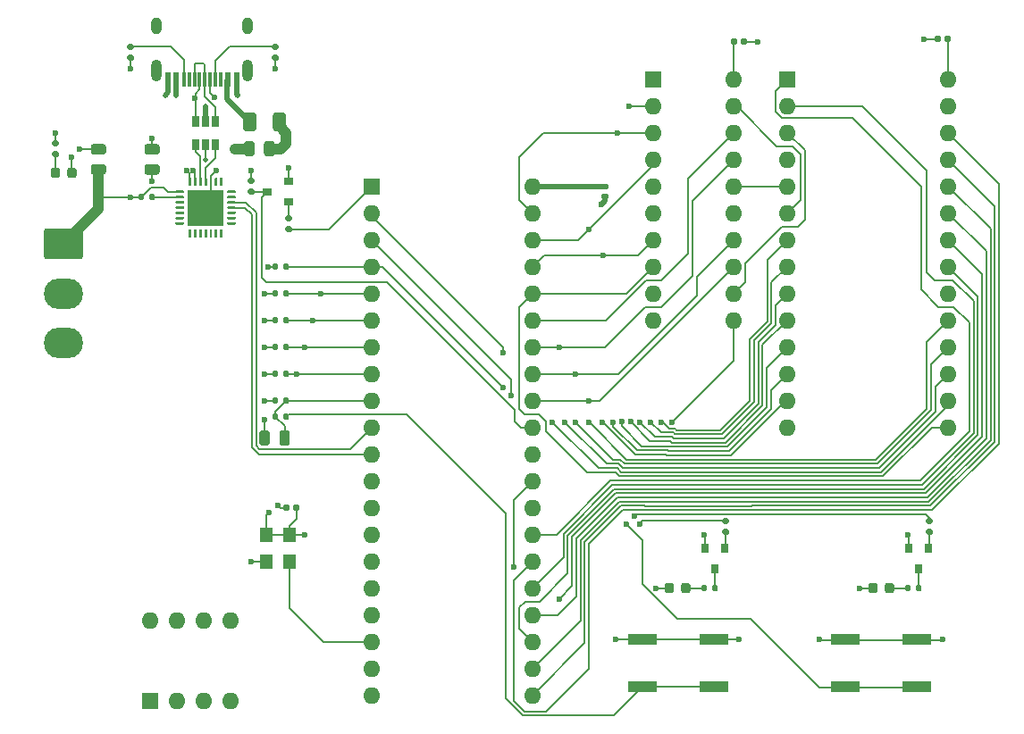
<source format=gbr>
%TF.GenerationSoftware,KiCad,Pcbnew,5.99.0+really5.1.10+dfsg1-1*%
%TF.CreationDate,2021-12-24T14:47:20+01:00*%
%TF.ProjectId,8051dumper,38303531-6475-46d7-9065-722e6b696361,1*%
%TF.SameCoordinates,PX60e4b00PYc1c9600*%
%TF.FileFunction,Copper,L1,Top*%
%TF.FilePolarity,Positive*%
%FSLAX46Y46*%
G04 Gerber Fmt 4.6, Leading zero omitted, Abs format (unit mm)*
G04 Created by KiCad (PCBNEW 5.99.0+really5.1.10+dfsg1-1) date 2021-12-24 14:47:20*
%MOMM*%
%LPD*%
G01*
G04 APERTURE LIST*
%TA.AperFunction,SMDPad,CuDef*%
%ADD10R,0.650000X1.060000*%
%TD*%
%TA.AperFunction,SMDPad,CuDef*%
%ADD11R,0.900000X0.800000*%
%TD*%
%TA.AperFunction,SMDPad,CuDef*%
%ADD12R,0.800000X0.900000*%
%TD*%
%TA.AperFunction,ComponentPad*%
%ADD13O,1.600000X1.600000*%
%TD*%
%TA.AperFunction,ComponentPad*%
%ADD14R,1.600000X1.600000*%
%TD*%
%TA.AperFunction,SMDPad,CuDef*%
%ADD15R,1.200000X1.400000*%
%TD*%
%TA.AperFunction,SMDPad,CuDef*%
%ADD16R,0.600000X1.450000*%
%TD*%
%TA.AperFunction,SMDPad,CuDef*%
%ADD17R,0.300000X1.450000*%
%TD*%
%TA.AperFunction,ComponentPad*%
%ADD18O,1.000000X2.100000*%
%TD*%
%TA.AperFunction,ComponentPad*%
%ADD19O,1.000000X1.600000*%
%TD*%
%TA.AperFunction,SMDPad,CuDef*%
%ADD20R,3.350000X3.350000*%
%TD*%
%TA.AperFunction,SMDPad,CuDef*%
%ADD21R,2.800000X1.000000*%
%TD*%
%TA.AperFunction,ComponentPad*%
%ADD22O,3.708400X2.921000*%
%TD*%
%TA.AperFunction,ComponentPad*%
%ADD23O,1.600200X1.600200*%
%TD*%
%TA.AperFunction,ComponentPad*%
%ADD24R,1.600200X1.600200*%
%TD*%
%TA.AperFunction,ViaPad*%
%ADD25C,0.508000*%
%TD*%
%TA.AperFunction,ViaPad*%
%ADD26C,0.600000*%
%TD*%
%TA.AperFunction,Conductor*%
%ADD27C,0.500000*%
%TD*%
%TA.AperFunction,Conductor*%
%ADD28C,0.200000*%
%TD*%
%TA.AperFunction,Conductor*%
%ADD29C,1.000000*%
%TD*%
%TA.AperFunction,Conductor*%
%ADD30C,0.152400*%
%TD*%
G04 APERTURE END LIST*
D10*
%TO.P,U4,5*%
%TO.N,Net-(F1-Pad2)*%
X19812000Y64600000D03*
%TO.P,U4,6*%
%TO.N,Net-(U4-Pad6)*%
X18862000Y64600000D03*
%TO.P,U4,4*%
%TO.N,Net-(U4-Pad4)*%
X20762000Y64600000D03*
%TO.P,U4,3*%
%TO.N,Net-(U4-Pad3)*%
X20762000Y62400000D03*
%TO.P,U4,2*%
%TO.N,GND*%
X19812000Y62400000D03*
%TO.P,U4,1*%
%TO.N,Net-(U4-Pad1)*%
X18862000Y62400000D03*
%TD*%
D11*
%TO.P,Q3,3*%
%TO.N,/~EA*%
X25670000Y57912000D03*
%TO.P,Q3,2*%
%TO.N,+5V*%
X27670000Y58862000D03*
%TO.P,Q3,1*%
%TO.N,Net-(Q3-Pad1)*%
X27670000Y56962000D03*
%TD*%
D12*
%TO.P,Q2,3*%
%TO.N,Net-(Q2-Pad3)*%
X87376000Y22114000D03*
%TO.P,Q2,2*%
%TO.N,+5V*%
X86426000Y24114000D03*
%TO.P,Q2,1*%
%TO.N,Net-(Q2-Pad1)*%
X88326000Y24114000D03*
%TD*%
%TO.P,Q1,3*%
%TO.N,Net-(Q1-Pad3)*%
X68072000Y22114000D03*
%TO.P,Q1,2*%
%TO.N,+5V*%
X67122000Y24114000D03*
%TO.P,Q1,1*%
%TO.N,Net-(Q1-Pad1)*%
X69022000Y24114000D03*
%TD*%
D13*
%TO.P,J1,8*%
%TO.N,~R4k*%
X14560000Y17270000D03*
%TO.P,J1,4*%
%TO.N,GND*%
X22180000Y9650000D03*
%TO.P,J1,7*%
%TO.N,~R8k*%
X17100000Y17270000D03*
%TO.P,J1,3*%
%TO.N,GND*%
X19640000Y9650000D03*
%TO.P,J1,6*%
%TO.N,~R16k*%
X19640000Y17270000D03*
%TO.P,J1,2*%
%TO.N,GND*%
X17100000Y9650000D03*
%TO.P,J1,5*%
%TO.N,~R32k*%
X22180000Y17270000D03*
D14*
%TO.P,J1,1*%
%TO.N,GND*%
X14560000Y9650000D03*
%TD*%
D15*
%TO.P,X1,4*%
%TO.N,+5V*%
X27770000Y25400000D03*
%TO.P,X1,3*%
%TO.N,/CLK*%
X27770000Y22860000D03*
%TO.P,X1,2*%
%TO.N,GND*%
X25570000Y22860000D03*
%TO.P,X1,1*%
%TO.N,+5V*%
X25570000Y25400000D03*
%TD*%
D16*
%TO.P,USB1,12*%
%TO.N,GND*%
X16275000Y68505000D03*
%TO.P,USB1,1*%
X22725000Y68505000D03*
%TO.P,USB1,11*%
%TO.N,Net-(F1-Pad2)*%
X17050000Y68505000D03*
%TO.P,USB1,2*%
X21950000Y68505000D03*
D17*
%TO.P,USB1,3*%
%TO.N,Net-(USB1-Pad3)*%
X21250000Y68505000D03*
%TO.P,USB1,10*%
%TO.N,Net-(R16-Pad2)*%
X17750000Y68505000D03*
%TO.P,USB1,4*%
%TO.N,Net-(R15-Pad2)*%
X20750000Y68505000D03*
%TO.P,USB1,9*%
%TO.N,Net-(USB1-Pad9)*%
X18250000Y68505000D03*
%TO.P,USB1,5*%
%TO.N,Net-(U4-Pad6)*%
X20250000Y68505000D03*
%TO.P,USB1,8*%
%TO.N,Net-(U4-Pad4)*%
X18750000Y68505000D03*
%TO.P,USB1,7*%
%TO.N,Net-(U4-Pad6)*%
X19250000Y68505000D03*
%TO.P,USB1,6*%
%TO.N,Net-(U4-Pad4)*%
X19750000Y68505000D03*
D18*
%TO.P,USB1,13*%
%TO.N,Net-(USB1-Pad13)*%
X23820000Y69420000D03*
X15180000Y69420000D03*
D19*
X23820000Y73600000D03*
X15180000Y73600000D03*
%TD*%
D20*
%TO.P,U5,29*%
%TO.N,GND*%
X19812000Y56388000D03*
%TO.P,U5,28*%
%TO.N,Net-(U5-Pad28)*%
%TA.AperFunction,SMDPad,CuDef*%
G36*
G01*
X21924500Y58013000D02*
X22599500Y58013000D01*
G75*
G02*
X22662000Y57950500I0J-62500D01*
G01*
X22662000Y57825500D01*
G75*
G02*
X22599500Y57763000I-62500J0D01*
G01*
X21924500Y57763000D01*
G75*
G02*
X21862000Y57825500I0J62500D01*
G01*
X21862000Y57950500D01*
G75*
G02*
X21924500Y58013000I62500J0D01*
G01*
G37*
%TD.AperFunction*%
%TO.P,U5,27*%
%TO.N,Net-(U5-Pad27)*%
%TA.AperFunction,SMDPad,CuDef*%
G36*
G01*
X21924500Y57513000D02*
X22599500Y57513000D01*
G75*
G02*
X22662000Y57450500I0J-62500D01*
G01*
X22662000Y57325500D01*
G75*
G02*
X22599500Y57263000I-62500J0D01*
G01*
X21924500Y57263000D01*
G75*
G02*
X21862000Y57325500I0J62500D01*
G01*
X21862000Y57450500D01*
G75*
G02*
X21924500Y57513000I62500J0D01*
G01*
G37*
%TD.AperFunction*%
%TO.P,U5,26*%
%TO.N,RX*%
%TA.AperFunction,SMDPad,CuDef*%
G36*
G01*
X21924500Y57013000D02*
X22599500Y57013000D01*
G75*
G02*
X22662000Y56950500I0J-62500D01*
G01*
X22662000Y56825500D01*
G75*
G02*
X22599500Y56763000I-62500J0D01*
G01*
X21924500Y56763000D01*
G75*
G02*
X21862000Y56825500I0J62500D01*
G01*
X21862000Y56950500D01*
G75*
G02*
X21924500Y57013000I62500J0D01*
G01*
G37*
%TD.AperFunction*%
%TO.P,U5,25*%
%TO.N,TX*%
%TA.AperFunction,SMDPad,CuDef*%
G36*
G01*
X21924500Y56513000D02*
X22599500Y56513000D01*
G75*
G02*
X22662000Y56450500I0J-62500D01*
G01*
X22662000Y56325500D01*
G75*
G02*
X22599500Y56263000I-62500J0D01*
G01*
X21924500Y56263000D01*
G75*
G02*
X21862000Y56325500I0J62500D01*
G01*
X21862000Y56450500D01*
G75*
G02*
X21924500Y56513000I62500J0D01*
G01*
G37*
%TD.AperFunction*%
%TO.P,U5,24*%
%TO.N,Net-(U5-Pad24)*%
%TA.AperFunction,SMDPad,CuDef*%
G36*
G01*
X21924500Y56013000D02*
X22599500Y56013000D01*
G75*
G02*
X22662000Y55950500I0J-62500D01*
G01*
X22662000Y55825500D01*
G75*
G02*
X22599500Y55763000I-62500J0D01*
G01*
X21924500Y55763000D01*
G75*
G02*
X21862000Y55825500I0J62500D01*
G01*
X21862000Y55950500D01*
G75*
G02*
X21924500Y56013000I62500J0D01*
G01*
G37*
%TD.AperFunction*%
%TO.P,U5,23*%
%TO.N,Net-(U5-Pad23)*%
%TA.AperFunction,SMDPad,CuDef*%
G36*
G01*
X21924500Y55513000D02*
X22599500Y55513000D01*
G75*
G02*
X22662000Y55450500I0J-62500D01*
G01*
X22662000Y55325500D01*
G75*
G02*
X22599500Y55263000I-62500J0D01*
G01*
X21924500Y55263000D01*
G75*
G02*
X21862000Y55325500I0J62500D01*
G01*
X21862000Y55450500D01*
G75*
G02*
X21924500Y55513000I62500J0D01*
G01*
G37*
%TD.AperFunction*%
%TO.P,U5,22*%
%TO.N,Net-(U5-Pad22)*%
%TA.AperFunction,SMDPad,CuDef*%
G36*
G01*
X21924500Y55013000D02*
X22599500Y55013000D01*
G75*
G02*
X22662000Y54950500I0J-62500D01*
G01*
X22662000Y54825500D01*
G75*
G02*
X22599500Y54763000I-62500J0D01*
G01*
X21924500Y54763000D01*
G75*
G02*
X21862000Y54825500I0J62500D01*
G01*
X21862000Y54950500D01*
G75*
G02*
X21924500Y55013000I62500J0D01*
G01*
G37*
%TD.AperFunction*%
%TO.P,U5,21*%
%TO.N,Net-(U5-Pad21)*%
%TA.AperFunction,SMDPad,CuDef*%
G36*
G01*
X21249500Y54338000D02*
X21374500Y54338000D01*
G75*
G02*
X21437000Y54275500I0J-62500D01*
G01*
X21437000Y53600500D01*
G75*
G02*
X21374500Y53538000I-62500J0D01*
G01*
X21249500Y53538000D01*
G75*
G02*
X21187000Y53600500I0J62500D01*
G01*
X21187000Y54275500D01*
G75*
G02*
X21249500Y54338000I62500J0D01*
G01*
G37*
%TD.AperFunction*%
%TO.P,U5,20*%
%TO.N,Net-(U5-Pad20)*%
%TA.AperFunction,SMDPad,CuDef*%
G36*
G01*
X20749500Y54338000D02*
X20874500Y54338000D01*
G75*
G02*
X20937000Y54275500I0J-62500D01*
G01*
X20937000Y53600500D01*
G75*
G02*
X20874500Y53538000I-62500J0D01*
G01*
X20749500Y53538000D01*
G75*
G02*
X20687000Y53600500I0J62500D01*
G01*
X20687000Y54275500D01*
G75*
G02*
X20749500Y54338000I62500J0D01*
G01*
G37*
%TD.AperFunction*%
%TO.P,U5,19*%
%TO.N,Net-(U5-Pad19)*%
%TA.AperFunction,SMDPad,CuDef*%
G36*
G01*
X20249500Y54338000D02*
X20374500Y54338000D01*
G75*
G02*
X20437000Y54275500I0J-62500D01*
G01*
X20437000Y53600500D01*
G75*
G02*
X20374500Y53538000I-62500J0D01*
G01*
X20249500Y53538000D01*
G75*
G02*
X20187000Y53600500I0J62500D01*
G01*
X20187000Y54275500D01*
G75*
G02*
X20249500Y54338000I62500J0D01*
G01*
G37*
%TD.AperFunction*%
%TO.P,U5,18*%
%TO.N,Net-(U5-Pad18)*%
%TA.AperFunction,SMDPad,CuDef*%
G36*
G01*
X19749500Y54338000D02*
X19874500Y54338000D01*
G75*
G02*
X19937000Y54275500I0J-62500D01*
G01*
X19937000Y53600500D01*
G75*
G02*
X19874500Y53538000I-62500J0D01*
G01*
X19749500Y53538000D01*
G75*
G02*
X19687000Y53600500I0J62500D01*
G01*
X19687000Y54275500D01*
G75*
G02*
X19749500Y54338000I62500J0D01*
G01*
G37*
%TD.AperFunction*%
%TO.P,U5,17*%
%TO.N,Net-(U5-Pad17)*%
%TA.AperFunction,SMDPad,CuDef*%
G36*
G01*
X19249500Y54338000D02*
X19374500Y54338000D01*
G75*
G02*
X19437000Y54275500I0J-62500D01*
G01*
X19437000Y53600500D01*
G75*
G02*
X19374500Y53538000I-62500J0D01*
G01*
X19249500Y53538000D01*
G75*
G02*
X19187000Y53600500I0J62500D01*
G01*
X19187000Y54275500D01*
G75*
G02*
X19249500Y54338000I62500J0D01*
G01*
G37*
%TD.AperFunction*%
%TO.P,U5,16*%
%TO.N,Net-(U5-Pad16)*%
%TA.AperFunction,SMDPad,CuDef*%
G36*
G01*
X18749500Y54338000D02*
X18874500Y54338000D01*
G75*
G02*
X18937000Y54275500I0J-62500D01*
G01*
X18937000Y53600500D01*
G75*
G02*
X18874500Y53538000I-62500J0D01*
G01*
X18749500Y53538000D01*
G75*
G02*
X18687000Y53600500I0J62500D01*
G01*
X18687000Y54275500D01*
G75*
G02*
X18749500Y54338000I62500J0D01*
G01*
G37*
%TD.AperFunction*%
%TO.P,U5,15*%
%TO.N,Net-(U5-Pad15)*%
%TA.AperFunction,SMDPad,CuDef*%
G36*
G01*
X18249500Y54338000D02*
X18374500Y54338000D01*
G75*
G02*
X18437000Y54275500I0J-62500D01*
G01*
X18437000Y53600500D01*
G75*
G02*
X18374500Y53538000I-62500J0D01*
G01*
X18249500Y53538000D01*
G75*
G02*
X18187000Y53600500I0J62500D01*
G01*
X18187000Y54275500D01*
G75*
G02*
X18249500Y54338000I62500J0D01*
G01*
G37*
%TD.AperFunction*%
%TO.P,U5,14*%
%TO.N,Net-(U5-Pad14)*%
%TA.AperFunction,SMDPad,CuDef*%
G36*
G01*
X17024500Y55013000D02*
X17699500Y55013000D01*
G75*
G02*
X17762000Y54950500I0J-62500D01*
G01*
X17762000Y54825500D01*
G75*
G02*
X17699500Y54763000I-62500J0D01*
G01*
X17024500Y54763000D01*
G75*
G02*
X16962000Y54825500I0J62500D01*
G01*
X16962000Y54950500D01*
G75*
G02*
X17024500Y55013000I62500J0D01*
G01*
G37*
%TD.AperFunction*%
%TO.P,U5,13*%
%TO.N,Net-(U5-Pad13)*%
%TA.AperFunction,SMDPad,CuDef*%
G36*
G01*
X17024500Y55513000D02*
X17699500Y55513000D01*
G75*
G02*
X17762000Y55450500I0J-62500D01*
G01*
X17762000Y55325500D01*
G75*
G02*
X17699500Y55263000I-62500J0D01*
G01*
X17024500Y55263000D01*
G75*
G02*
X16962000Y55325500I0J62500D01*
G01*
X16962000Y55450500D01*
G75*
G02*
X17024500Y55513000I62500J0D01*
G01*
G37*
%TD.AperFunction*%
%TO.P,U5,12*%
%TO.N,Net-(U5-Pad12)*%
%TA.AperFunction,SMDPad,CuDef*%
G36*
G01*
X17024500Y56013000D02*
X17699500Y56013000D01*
G75*
G02*
X17762000Y55950500I0J-62500D01*
G01*
X17762000Y55825500D01*
G75*
G02*
X17699500Y55763000I-62500J0D01*
G01*
X17024500Y55763000D01*
G75*
G02*
X16962000Y55825500I0J62500D01*
G01*
X16962000Y55950500D01*
G75*
G02*
X17024500Y56013000I62500J0D01*
G01*
G37*
%TD.AperFunction*%
%TO.P,U5,11*%
%TO.N,Net-(U5-Pad11)*%
%TA.AperFunction,SMDPad,CuDef*%
G36*
G01*
X17024500Y56513000D02*
X17699500Y56513000D01*
G75*
G02*
X17762000Y56450500I0J-62500D01*
G01*
X17762000Y56325500D01*
G75*
G02*
X17699500Y56263000I-62500J0D01*
G01*
X17024500Y56263000D01*
G75*
G02*
X16962000Y56325500I0J62500D01*
G01*
X16962000Y56450500D01*
G75*
G02*
X17024500Y56513000I62500J0D01*
G01*
G37*
%TD.AperFunction*%
%TO.P,U5,10*%
%TO.N,Net-(U5-Pad10)*%
%TA.AperFunction,SMDPad,CuDef*%
G36*
G01*
X17024500Y57013000D02*
X17699500Y57013000D01*
G75*
G02*
X17762000Y56950500I0J-62500D01*
G01*
X17762000Y56825500D01*
G75*
G02*
X17699500Y56763000I-62500J0D01*
G01*
X17024500Y56763000D01*
G75*
G02*
X16962000Y56825500I0J62500D01*
G01*
X16962000Y56950500D01*
G75*
G02*
X17024500Y57013000I62500J0D01*
G01*
G37*
%TD.AperFunction*%
%TO.P,U5,9*%
%TO.N,Net-(R17-Pad1)*%
%TA.AperFunction,SMDPad,CuDef*%
G36*
G01*
X17024500Y57513000D02*
X17699500Y57513000D01*
G75*
G02*
X17762000Y57450500I0J-62500D01*
G01*
X17762000Y57325500D01*
G75*
G02*
X17699500Y57263000I-62500J0D01*
G01*
X17024500Y57263000D01*
G75*
G02*
X16962000Y57325500I0J62500D01*
G01*
X16962000Y57450500D01*
G75*
G02*
X17024500Y57513000I62500J0D01*
G01*
G37*
%TD.AperFunction*%
%TO.P,U5,8*%
%TO.N,VBUS*%
%TA.AperFunction,SMDPad,CuDef*%
G36*
G01*
X17024500Y58013000D02*
X17699500Y58013000D01*
G75*
G02*
X17762000Y57950500I0J-62500D01*
G01*
X17762000Y57825500D01*
G75*
G02*
X17699500Y57763000I-62500J0D01*
G01*
X17024500Y57763000D01*
G75*
G02*
X16962000Y57825500I0J62500D01*
G01*
X16962000Y57950500D01*
G75*
G02*
X17024500Y58013000I62500J0D01*
G01*
G37*
%TD.AperFunction*%
%TO.P,U5,7*%
%TO.N,+5V*%
%TA.AperFunction,SMDPad,CuDef*%
G36*
G01*
X18249500Y59238000D02*
X18374500Y59238000D01*
G75*
G02*
X18437000Y59175500I0J-62500D01*
G01*
X18437000Y58500500D01*
G75*
G02*
X18374500Y58438000I-62500J0D01*
G01*
X18249500Y58438000D01*
G75*
G02*
X18187000Y58500500I0J62500D01*
G01*
X18187000Y59175500D01*
G75*
G02*
X18249500Y59238000I62500J0D01*
G01*
G37*
%TD.AperFunction*%
%TO.P,U5,6*%
%TA.AperFunction,SMDPad,CuDef*%
G36*
G01*
X18749500Y59238000D02*
X18874500Y59238000D01*
G75*
G02*
X18937000Y59175500I0J-62500D01*
G01*
X18937000Y58500500D01*
G75*
G02*
X18874500Y58438000I-62500J0D01*
G01*
X18749500Y58438000D01*
G75*
G02*
X18687000Y58500500I0J62500D01*
G01*
X18687000Y59175500D01*
G75*
G02*
X18749500Y59238000I62500J0D01*
G01*
G37*
%TD.AperFunction*%
%TO.P,U5,5*%
%TO.N,Net-(U4-Pad1)*%
%TA.AperFunction,SMDPad,CuDef*%
G36*
G01*
X19249500Y59238000D02*
X19374500Y59238000D01*
G75*
G02*
X19437000Y59175500I0J-62500D01*
G01*
X19437000Y58500500D01*
G75*
G02*
X19374500Y58438000I-62500J0D01*
G01*
X19249500Y58438000D01*
G75*
G02*
X19187000Y58500500I0J62500D01*
G01*
X19187000Y59175500D01*
G75*
G02*
X19249500Y59238000I62500J0D01*
G01*
G37*
%TD.AperFunction*%
%TO.P,U5,4*%
%TO.N,Net-(U4-Pad3)*%
%TA.AperFunction,SMDPad,CuDef*%
G36*
G01*
X19749500Y59238000D02*
X19874500Y59238000D01*
G75*
G02*
X19937000Y59175500I0J-62500D01*
G01*
X19937000Y58500500D01*
G75*
G02*
X19874500Y58438000I-62500J0D01*
G01*
X19749500Y58438000D01*
G75*
G02*
X19687000Y58500500I0J62500D01*
G01*
X19687000Y59175500D01*
G75*
G02*
X19749500Y59238000I62500J0D01*
G01*
G37*
%TD.AperFunction*%
%TO.P,U5,3*%
%TO.N,GND*%
%TA.AperFunction,SMDPad,CuDef*%
G36*
G01*
X20249500Y59238000D02*
X20374500Y59238000D01*
G75*
G02*
X20437000Y59175500I0J-62500D01*
G01*
X20437000Y58500500D01*
G75*
G02*
X20374500Y58438000I-62500J0D01*
G01*
X20249500Y58438000D01*
G75*
G02*
X20187000Y58500500I0J62500D01*
G01*
X20187000Y59175500D01*
G75*
G02*
X20249500Y59238000I62500J0D01*
G01*
G37*
%TD.AperFunction*%
%TO.P,U5,2*%
%TO.N,Net-(U5-Pad2)*%
%TA.AperFunction,SMDPad,CuDef*%
G36*
G01*
X20749500Y59238000D02*
X20874500Y59238000D01*
G75*
G02*
X20937000Y59175500I0J-62500D01*
G01*
X20937000Y58500500D01*
G75*
G02*
X20874500Y58438000I-62500J0D01*
G01*
X20749500Y58438000D01*
G75*
G02*
X20687000Y58500500I0J62500D01*
G01*
X20687000Y59175500D01*
G75*
G02*
X20749500Y59238000I62500J0D01*
G01*
G37*
%TD.AperFunction*%
%TO.P,U5,1*%
%TO.N,Net-(U5-Pad1)*%
%TA.AperFunction,SMDPad,CuDef*%
G36*
G01*
X21249500Y59238000D02*
X21374500Y59238000D01*
G75*
G02*
X21437000Y59175500I0J-62500D01*
G01*
X21437000Y58500500D01*
G75*
G02*
X21374500Y58438000I-62500J0D01*
G01*
X21249500Y58438000D01*
G75*
G02*
X21187000Y58500500I0J62500D01*
G01*
X21187000Y59175500D01*
G75*
G02*
X21249500Y59238000I62500J0D01*
G01*
G37*
%TD.AperFunction*%
%TD*%
%TO.P,R17,2*%
%TO.N,VBUS*%
%TA.AperFunction,SMDPad,CuDef*%
G36*
G01*
X13984000Y57589000D02*
X13984000Y57219000D01*
G75*
G02*
X13849000Y57084000I-135000J0D01*
G01*
X13579000Y57084000D01*
G75*
G02*
X13444000Y57219000I0J135000D01*
G01*
X13444000Y57589000D01*
G75*
G02*
X13579000Y57724000I135000J0D01*
G01*
X13849000Y57724000D01*
G75*
G02*
X13984000Y57589000I0J-135000D01*
G01*
G37*
%TD.AperFunction*%
%TO.P,R17,1*%
%TO.N,Net-(R17-Pad1)*%
%TA.AperFunction,SMDPad,CuDef*%
G36*
G01*
X15004000Y57589000D02*
X15004000Y57219000D01*
G75*
G02*
X14869000Y57084000I-135000J0D01*
G01*
X14599000Y57084000D01*
G75*
G02*
X14464000Y57219000I0J135000D01*
G01*
X14464000Y57589000D01*
G75*
G02*
X14599000Y57724000I135000J0D01*
G01*
X14869000Y57724000D01*
G75*
G02*
X15004000Y57589000I0J-135000D01*
G01*
G37*
%TD.AperFunction*%
%TD*%
%TO.P,R16,2*%
%TO.N,Net-(R16-Pad2)*%
%TA.AperFunction,SMDPad,CuDef*%
G36*
G01*
X12885000Y71360000D02*
X12515000Y71360000D01*
G75*
G02*
X12380000Y71495000I0J135000D01*
G01*
X12380000Y71765000D01*
G75*
G02*
X12515000Y71900000I135000J0D01*
G01*
X12885000Y71900000D01*
G75*
G02*
X13020000Y71765000I0J-135000D01*
G01*
X13020000Y71495000D01*
G75*
G02*
X12885000Y71360000I-135000J0D01*
G01*
G37*
%TD.AperFunction*%
%TO.P,R16,1*%
%TO.N,GND*%
%TA.AperFunction,SMDPad,CuDef*%
G36*
G01*
X12885000Y70340000D02*
X12515000Y70340000D01*
G75*
G02*
X12380000Y70475000I0J135000D01*
G01*
X12380000Y70745000D01*
G75*
G02*
X12515000Y70880000I135000J0D01*
G01*
X12885000Y70880000D01*
G75*
G02*
X13020000Y70745000I0J-135000D01*
G01*
X13020000Y70475000D01*
G75*
G02*
X12885000Y70340000I-135000J0D01*
G01*
G37*
%TD.AperFunction*%
%TD*%
%TO.P,R15,2*%
%TO.N,Net-(R15-Pad2)*%
%TA.AperFunction,SMDPad,CuDef*%
G36*
G01*
X26601000Y71360000D02*
X26231000Y71360000D01*
G75*
G02*
X26096000Y71495000I0J135000D01*
G01*
X26096000Y71765000D01*
G75*
G02*
X26231000Y71900000I135000J0D01*
G01*
X26601000Y71900000D01*
G75*
G02*
X26736000Y71765000I0J-135000D01*
G01*
X26736000Y71495000D01*
G75*
G02*
X26601000Y71360000I-135000J0D01*
G01*
G37*
%TD.AperFunction*%
%TO.P,R15,1*%
%TO.N,GND*%
%TA.AperFunction,SMDPad,CuDef*%
G36*
G01*
X26601000Y70340000D02*
X26231000Y70340000D01*
G75*
G02*
X26096000Y70475000I0J135000D01*
G01*
X26096000Y70745000D01*
G75*
G02*
X26231000Y70880000I135000J0D01*
G01*
X26601000Y70880000D01*
G75*
G02*
X26736000Y70745000I0J-135000D01*
G01*
X26736000Y70475000D01*
G75*
G02*
X26601000Y70340000I-135000J0D01*
G01*
G37*
%TD.AperFunction*%
%TD*%
%TO.P,F1,2*%
%TO.N,Net-(F1-Pad2)*%
%TA.AperFunction,SMDPad,CuDef*%
G36*
G01*
X24625000Y65141000D02*
X24625000Y63891000D01*
G75*
G02*
X24375000Y63641000I-250000J0D01*
G01*
X23625000Y63641000D01*
G75*
G02*
X23375000Y63891000I0J250000D01*
G01*
X23375000Y65141000D01*
G75*
G02*
X23625000Y65391000I250000J0D01*
G01*
X24375000Y65391000D01*
G75*
G02*
X24625000Y65141000I0J-250000D01*
G01*
G37*
%TD.AperFunction*%
%TO.P,F1,1*%
%TO.N,VBUS*%
%TA.AperFunction,SMDPad,CuDef*%
G36*
G01*
X27425000Y65141000D02*
X27425000Y63891000D01*
G75*
G02*
X27175000Y63641000I-250000J0D01*
G01*
X26425000Y63641000D01*
G75*
G02*
X26175000Y63891000I0J250000D01*
G01*
X26175000Y65141000D01*
G75*
G02*
X26425000Y65391000I250000J0D01*
G01*
X27175000Y65391000D01*
G75*
G02*
X27425000Y65141000I0J-250000D01*
G01*
G37*
%TD.AperFunction*%
%TD*%
%TO.P,C8,2*%
%TO.N,GND*%
%TA.AperFunction,SMDPad,CuDef*%
G36*
G01*
X15207000Y61410000D02*
X14257000Y61410000D01*
G75*
G02*
X14007000Y61660000I0J250000D01*
G01*
X14007000Y62160000D01*
G75*
G02*
X14257000Y62410000I250000J0D01*
G01*
X15207000Y62410000D01*
G75*
G02*
X15457000Y62160000I0J-250000D01*
G01*
X15457000Y61660000D01*
G75*
G02*
X15207000Y61410000I-250000J0D01*
G01*
G37*
%TD.AperFunction*%
%TO.P,C8,1*%
%TO.N,+5V*%
%TA.AperFunction,SMDPad,CuDef*%
G36*
G01*
X15207000Y59510000D02*
X14257000Y59510000D01*
G75*
G02*
X14007000Y59760000I0J250000D01*
G01*
X14007000Y60260000D01*
G75*
G02*
X14257000Y60510000I250000J0D01*
G01*
X15207000Y60510000D01*
G75*
G02*
X15457000Y60260000I0J-250000D01*
G01*
X15457000Y59760000D01*
G75*
G02*
X15207000Y59510000I-250000J0D01*
G01*
G37*
%TD.AperFunction*%
%TD*%
%TO.P,C7,2*%
%TO.N,VBUS*%
%TA.AperFunction,SMDPad,CuDef*%
G36*
G01*
X25342000Y61501000D02*
X25342000Y62451000D01*
G75*
G02*
X25592000Y62701000I250000J0D01*
G01*
X26092000Y62701000D01*
G75*
G02*
X26342000Y62451000I0J-250000D01*
G01*
X26342000Y61501000D01*
G75*
G02*
X26092000Y61251000I-250000J0D01*
G01*
X25592000Y61251000D01*
G75*
G02*
X25342000Y61501000I0J250000D01*
G01*
G37*
%TD.AperFunction*%
%TO.P,C7,1*%
%TO.N,GND*%
%TA.AperFunction,SMDPad,CuDef*%
G36*
G01*
X23442000Y61501000D02*
X23442000Y62451000D01*
G75*
G02*
X23692000Y62701000I250000J0D01*
G01*
X24192000Y62701000D01*
G75*
G02*
X24442000Y62451000I0J-250000D01*
G01*
X24442000Y61501000D01*
G75*
G02*
X24192000Y61251000I-250000J0D01*
G01*
X23692000Y61251000D01*
G75*
G02*
X23442000Y61501000I0J250000D01*
G01*
G37*
%TD.AperFunction*%
%TD*%
%TO.P,R14,2*%
%TO.N,Net-(D1-Pad2)*%
%TA.AperFunction,SMDPad,CuDef*%
G36*
G01*
X5403000Y61736000D02*
X5773000Y61736000D01*
G75*
G02*
X5908000Y61601000I0J-135000D01*
G01*
X5908000Y61331000D01*
G75*
G02*
X5773000Y61196000I-135000J0D01*
G01*
X5403000Y61196000D01*
G75*
G02*
X5268000Y61331000I0J135000D01*
G01*
X5268000Y61601000D01*
G75*
G02*
X5403000Y61736000I135000J0D01*
G01*
G37*
%TD.AperFunction*%
%TO.P,R14,1*%
%TO.N,+5V*%
%TA.AperFunction,SMDPad,CuDef*%
G36*
G01*
X5403000Y62756000D02*
X5773000Y62756000D01*
G75*
G02*
X5908000Y62621000I0J-135000D01*
G01*
X5908000Y62351000D01*
G75*
G02*
X5773000Y62216000I-135000J0D01*
G01*
X5403000Y62216000D01*
G75*
G02*
X5268000Y62351000I0J135000D01*
G01*
X5268000Y62621000D01*
G75*
G02*
X5403000Y62756000I135000J0D01*
G01*
G37*
%TD.AperFunction*%
%TD*%
%TO.P,R13,2*%
%TO.N,~R32k*%
%TA.AperFunction,SMDPad,CuDef*%
G36*
G01*
X27164000Y48075000D02*
X27164000Y48445000D01*
G75*
G02*
X27299000Y48580000I135000J0D01*
G01*
X27569000Y48580000D01*
G75*
G02*
X27704000Y48445000I0J-135000D01*
G01*
X27704000Y48075000D01*
G75*
G02*
X27569000Y47940000I-135000J0D01*
G01*
X27299000Y47940000D01*
G75*
G02*
X27164000Y48075000I0J135000D01*
G01*
G37*
%TD.AperFunction*%
%TO.P,R13,1*%
%TO.N,+5V*%
%TA.AperFunction,SMDPad,CuDef*%
G36*
G01*
X26144000Y48075000D02*
X26144000Y48445000D01*
G75*
G02*
X26279000Y48580000I135000J0D01*
G01*
X26549000Y48580000D01*
G75*
G02*
X26684000Y48445000I0J-135000D01*
G01*
X26684000Y48075000D01*
G75*
G02*
X26549000Y47940000I-135000J0D01*
G01*
X26279000Y47940000D01*
G75*
G02*
X26144000Y48075000I0J135000D01*
G01*
G37*
%TD.AperFunction*%
%TD*%
%TO.P,R12,2*%
%TO.N,~R16k*%
%TA.AperFunction,SMDPad,CuDef*%
G36*
G01*
X27164000Y45535000D02*
X27164000Y45905000D01*
G75*
G02*
X27299000Y46040000I135000J0D01*
G01*
X27569000Y46040000D01*
G75*
G02*
X27704000Y45905000I0J-135000D01*
G01*
X27704000Y45535000D01*
G75*
G02*
X27569000Y45400000I-135000J0D01*
G01*
X27299000Y45400000D01*
G75*
G02*
X27164000Y45535000I0J135000D01*
G01*
G37*
%TD.AperFunction*%
%TO.P,R12,1*%
%TO.N,+5V*%
%TA.AperFunction,SMDPad,CuDef*%
G36*
G01*
X26144000Y45535000D02*
X26144000Y45905000D01*
G75*
G02*
X26279000Y46040000I135000J0D01*
G01*
X26549000Y46040000D01*
G75*
G02*
X26684000Y45905000I0J-135000D01*
G01*
X26684000Y45535000D01*
G75*
G02*
X26549000Y45400000I-135000J0D01*
G01*
X26279000Y45400000D01*
G75*
G02*
X26144000Y45535000I0J135000D01*
G01*
G37*
%TD.AperFunction*%
%TD*%
%TO.P,R11,2*%
%TO.N,~R8k*%
%TA.AperFunction,SMDPad,CuDef*%
G36*
G01*
X27164000Y42995000D02*
X27164000Y43365000D01*
G75*
G02*
X27299000Y43500000I135000J0D01*
G01*
X27569000Y43500000D01*
G75*
G02*
X27704000Y43365000I0J-135000D01*
G01*
X27704000Y42995000D01*
G75*
G02*
X27569000Y42860000I-135000J0D01*
G01*
X27299000Y42860000D01*
G75*
G02*
X27164000Y42995000I0J135000D01*
G01*
G37*
%TD.AperFunction*%
%TO.P,R11,1*%
%TO.N,+5V*%
%TA.AperFunction,SMDPad,CuDef*%
G36*
G01*
X26144000Y42995000D02*
X26144000Y43365000D01*
G75*
G02*
X26279000Y43500000I135000J0D01*
G01*
X26549000Y43500000D01*
G75*
G02*
X26684000Y43365000I0J-135000D01*
G01*
X26684000Y42995000D01*
G75*
G02*
X26549000Y42860000I-135000J0D01*
G01*
X26279000Y42860000D01*
G75*
G02*
X26144000Y42995000I0J135000D01*
G01*
G37*
%TD.AperFunction*%
%TD*%
%TO.P,R10,2*%
%TO.N,~R4k*%
%TA.AperFunction,SMDPad,CuDef*%
G36*
G01*
X27164000Y40455000D02*
X27164000Y40825000D01*
G75*
G02*
X27299000Y40960000I135000J0D01*
G01*
X27569000Y40960000D01*
G75*
G02*
X27704000Y40825000I0J-135000D01*
G01*
X27704000Y40455000D01*
G75*
G02*
X27569000Y40320000I-135000J0D01*
G01*
X27299000Y40320000D01*
G75*
G02*
X27164000Y40455000I0J135000D01*
G01*
G37*
%TD.AperFunction*%
%TO.P,R10,1*%
%TO.N,+5V*%
%TA.AperFunction,SMDPad,CuDef*%
G36*
G01*
X26144000Y40455000D02*
X26144000Y40825000D01*
G75*
G02*
X26279000Y40960000I135000J0D01*
G01*
X26549000Y40960000D01*
G75*
G02*
X26684000Y40825000I0J-135000D01*
G01*
X26684000Y40455000D01*
G75*
G02*
X26549000Y40320000I-135000J0D01*
G01*
X26279000Y40320000D01*
G75*
G02*
X26144000Y40455000I0J135000D01*
G01*
G37*
%TD.AperFunction*%
%TD*%
%TO.P,R9,2*%
%TO.N,Net-(R9-Pad2)*%
%TA.AperFunction,SMDPad,CuDef*%
G36*
G01*
X27164000Y36391000D02*
X27164000Y36761000D01*
G75*
G02*
X27299000Y36896000I135000J0D01*
G01*
X27569000Y36896000D01*
G75*
G02*
X27704000Y36761000I0J-135000D01*
G01*
X27704000Y36391000D01*
G75*
G02*
X27569000Y36256000I-135000J0D01*
G01*
X27299000Y36256000D01*
G75*
G02*
X27164000Y36391000I0J135000D01*
G01*
G37*
%TD.AperFunction*%
%TO.P,R9,1*%
%TO.N,RST*%
%TA.AperFunction,SMDPad,CuDef*%
G36*
G01*
X26144000Y36391000D02*
X26144000Y36761000D01*
G75*
G02*
X26279000Y36896000I135000J0D01*
G01*
X26549000Y36896000D01*
G75*
G02*
X26684000Y36761000I0J-135000D01*
G01*
X26684000Y36391000D01*
G75*
G02*
X26549000Y36256000I-135000J0D01*
G01*
X26279000Y36256000D01*
G75*
G02*
X26144000Y36391000I0J135000D01*
G01*
G37*
%TD.AperFunction*%
%TD*%
%TO.P,R8,2*%
%TO.N,GND*%
%TA.AperFunction,SMDPad,CuDef*%
G36*
G01*
X26684000Y38285000D02*
X26684000Y37915000D01*
G75*
G02*
X26549000Y37780000I-135000J0D01*
G01*
X26279000Y37780000D01*
G75*
G02*
X26144000Y37915000I0J135000D01*
G01*
X26144000Y38285000D01*
G75*
G02*
X26279000Y38420000I135000J0D01*
G01*
X26549000Y38420000D01*
G75*
G02*
X26684000Y38285000I0J-135000D01*
G01*
G37*
%TD.AperFunction*%
%TO.P,R8,1*%
%TO.N,RST*%
%TA.AperFunction,SMDPad,CuDef*%
G36*
G01*
X27704000Y38285000D02*
X27704000Y37915000D01*
G75*
G02*
X27569000Y37780000I-135000J0D01*
G01*
X27299000Y37780000D01*
G75*
G02*
X27164000Y37915000I0J135000D01*
G01*
X27164000Y38285000D01*
G75*
G02*
X27299000Y38420000I135000J0D01*
G01*
X27569000Y38420000D01*
G75*
G02*
X27704000Y38285000I0J-135000D01*
G01*
G37*
%TD.AperFunction*%
%TD*%
%TO.P,R7,2*%
%TO.N,Net-(D3-Pad2)*%
%TA.AperFunction,SMDPad,CuDef*%
G36*
G01*
X86628000Y20505000D02*
X86628000Y20135000D01*
G75*
G02*
X86493000Y20000000I-135000J0D01*
G01*
X86223000Y20000000D01*
G75*
G02*
X86088000Y20135000I0J135000D01*
G01*
X86088000Y20505000D01*
G75*
G02*
X86223000Y20640000I135000J0D01*
G01*
X86493000Y20640000D01*
G75*
G02*
X86628000Y20505000I0J-135000D01*
G01*
G37*
%TD.AperFunction*%
%TO.P,R7,1*%
%TO.N,Net-(Q2-Pad3)*%
%TA.AperFunction,SMDPad,CuDef*%
G36*
G01*
X87648000Y20505000D02*
X87648000Y20135000D01*
G75*
G02*
X87513000Y20000000I-135000J0D01*
G01*
X87243000Y20000000D01*
G75*
G02*
X87108000Y20135000I0J135000D01*
G01*
X87108000Y20505000D01*
G75*
G02*
X87243000Y20640000I135000J0D01*
G01*
X87513000Y20640000D01*
G75*
G02*
X87648000Y20505000I0J-135000D01*
G01*
G37*
%TD.AperFunction*%
%TD*%
%TO.P,R6,2*%
%TO.N,Net-(D2-Pad2)*%
%TA.AperFunction,SMDPad,CuDef*%
G36*
G01*
X67324000Y20505000D02*
X67324000Y20135000D01*
G75*
G02*
X67189000Y20000000I-135000J0D01*
G01*
X66919000Y20000000D01*
G75*
G02*
X66784000Y20135000I0J135000D01*
G01*
X66784000Y20505000D01*
G75*
G02*
X66919000Y20640000I135000J0D01*
G01*
X67189000Y20640000D01*
G75*
G02*
X67324000Y20505000I0J-135000D01*
G01*
G37*
%TD.AperFunction*%
%TO.P,R6,1*%
%TO.N,Net-(Q1-Pad3)*%
%TA.AperFunction,SMDPad,CuDef*%
G36*
G01*
X68344000Y20505000D02*
X68344000Y20135000D01*
G75*
G02*
X68209000Y20000000I-135000J0D01*
G01*
X67939000Y20000000D01*
G75*
G02*
X67804000Y20135000I0J135000D01*
G01*
X67804000Y20505000D01*
G75*
G02*
X67939000Y20640000I135000J0D01*
G01*
X68209000Y20640000D01*
G75*
G02*
X68344000Y20505000I0J-135000D01*
G01*
G37*
%TD.AperFunction*%
%TD*%
%TO.P,R5,2*%
%TO.N,~GRNBTN*%
%TA.AperFunction,SMDPad,CuDef*%
G36*
G01*
X27164000Y50615000D02*
X27164000Y50985000D01*
G75*
G02*
X27299000Y51120000I135000J0D01*
G01*
X27569000Y51120000D01*
G75*
G02*
X27704000Y50985000I0J-135000D01*
G01*
X27704000Y50615000D01*
G75*
G02*
X27569000Y50480000I-135000J0D01*
G01*
X27299000Y50480000D01*
G75*
G02*
X27164000Y50615000I0J135000D01*
G01*
G37*
%TD.AperFunction*%
%TO.P,R5,1*%
%TO.N,+5V*%
%TA.AperFunction,SMDPad,CuDef*%
G36*
G01*
X26144000Y50615000D02*
X26144000Y50985000D01*
G75*
G02*
X26279000Y51120000I135000J0D01*
G01*
X26549000Y51120000D01*
G75*
G02*
X26684000Y50985000I0J-135000D01*
G01*
X26684000Y50615000D01*
G75*
G02*
X26549000Y50480000I-135000J0D01*
G01*
X26279000Y50480000D01*
G75*
G02*
X26144000Y50615000I0J135000D01*
G01*
G37*
%TD.AperFunction*%
%TD*%
%TO.P,R4,2*%
%TO.N,~GRNLED*%
%TA.AperFunction,SMDPad,CuDef*%
G36*
G01*
X88577000Y26402000D02*
X88207000Y26402000D01*
G75*
G02*
X88072000Y26537000I0J135000D01*
G01*
X88072000Y26807000D01*
G75*
G02*
X88207000Y26942000I135000J0D01*
G01*
X88577000Y26942000D01*
G75*
G02*
X88712000Y26807000I0J-135000D01*
G01*
X88712000Y26537000D01*
G75*
G02*
X88577000Y26402000I-135000J0D01*
G01*
G37*
%TD.AperFunction*%
%TO.P,R4,1*%
%TO.N,Net-(Q2-Pad1)*%
%TA.AperFunction,SMDPad,CuDef*%
G36*
G01*
X88577000Y25382000D02*
X88207000Y25382000D01*
G75*
G02*
X88072000Y25517000I0J135000D01*
G01*
X88072000Y25787000D01*
G75*
G02*
X88207000Y25922000I135000J0D01*
G01*
X88577000Y25922000D01*
G75*
G02*
X88712000Y25787000I0J-135000D01*
G01*
X88712000Y25517000D01*
G75*
G02*
X88577000Y25382000I-135000J0D01*
G01*
G37*
%TD.AperFunction*%
%TD*%
%TO.P,R3,2*%
%TO.N,~REDLED*%
%TA.AperFunction,SMDPad,CuDef*%
G36*
G01*
X69273000Y26402000D02*
X68903000Y26402000D01*
G75*
G02*
X68768000Y26537000I0J135000D01*
G01*
X68768000Y26807000D01*
G75*
G02*
X68903000Y26942000I135000J0D01*
G01*
X69273000Y26942000D01*
G75*
G02*
X69408000Y26807000I0J-135000D01*
G01*
X69408000Y26537000D01*
G75*
G02*
X69273000Y26402000I-135000J0D01*
G01*
G37*
%TD.AperFunction*%
%TO.P,R3,1*%
%TO.N,Net-(Q1-Pad1)*%
%TA.AperFunction,SMDPad,CuDef*%
G36*
G01*
X69273000Y25382000D02*
X68903000Y25382000D01*
G75*
G02*
X68768000Y25517000I0J135000D01*
G01*
X68768000Y25787000D01*
G75*
G02*
X68903000Y25922000I135000J0D01*
G01*
X69273000Y25922000D01*
G75*
G02*
X69408000Y25787000I0J-135000D01*
G01*
X69408000Y25517000D01*
G75*
G02*
X69273000Y25382000I-135000J0D01*
G01*
G37*
%TD.AperFunction*%
%TD*%
%TO.P,R2,2*%
%TO.N,GND*%
%TA.AperFunction,SMDPad,CuDef*%
G36*
G01*
X24315000Y58660000D02*
X23945000Y58660000D01*
G75*
G02*
X23810000Y58795000I0J135000D01*
G01*
X23810000Y59065000D01*
G75*
G02*
X23945000Y59200000I135000J0D01*
G01*
X24315000Y59200000D01*
G75*
G02*
X24450000Y59065000I0J-135000D01*
G01*
X24450000Y58795000D01*
G75*
G02*
X24315000Y58660000I-135000J0D01*
G01*
G37*
%TD.AperFunction*%
%TO.P,R2,1*%
%TO.N,/~EA*%
%TA.AperFunction,SMDPad,CuDef*%
G36*
G01*
X24315000Y57640000D02*
X23945000Y57640000D01*
G75*
G02*
X23810000Y57775000I0J135000D01*
G01*
X23810000Y58045000D01*
G75*
G02*
X23945000Y58180000I135000J0D01*
G01*
X24315000Y58180000D01*
G75*
G02*
X24450000Y58045000I0J-135000D01*
G01*
X24450000Y57775000D01*
G75*
G02*
X24315000Y57640000I-135000J0D01*
G01*
G37*
%TD.AperFunction*%
%TD*%
%TO.P,R1,2*%
%TO.N,EA*%
%TA.AperFunction,SMDPad,CuDef*%
G36*
G01*
X27501000Y54624000D02*
X27871000Y54624000D01*
G75*
G02*
X28006000Y54489000I0J-135000D01*
G01*
X28006000Y54219000D01*
G75*
G02*
X27871000Y54084000I-135000J0D01*
G01*
X27501000Y54084000D01*
G75*
G02*
X27366000Y54219000I0J135000D01*
G01*
X27366000Y54489000D01*
G75*
G02*
X27501000Y54624000I135000J0D01*
G01*
G37*
%TD.AperFunction*%
%TO.P,R1,1*%
%TO.N,Net-(Q3-Pad1)*%
%TA.AperFunction,SMDPad,CuDef*%
G36*
G01*
X27501000Y55644000D02*
X27871000Y55644000D01*
G75*
G02*
X28006000Y55509000I0J-135000D01*
G01*
X28006000Y55239000D01*
G75*
G02*
X27871000Y55104000I-135000J0D01*
G01*
X27501000Y55104000D01*
G75*
G02*
X27366000Y55239000I0J135000D01*
G01*
X27366000Y55509000D01*
G75*
G02*
X27501000Y55644000I135000J0D01*
G01*
G37*
%TD.AperFunction*%
%TD*%
%TO.P,D1,2*%
%TO.N,Net-(D1-Pad2)*%
%TA.AperFunction,SMDPad,CuDef*%
G36*
G01*
X6000000Y59946250D02*
X6000000Y59433750D01*
G75*
G02*
X5781250Y59215000I-218750J0D01*
G01*
X5343750Y59215000D01*
G75*
G02*
X5125000Y59433750I0J218750D01*
G01*
X5125000Y59946250D01*
G75*
G02*
X5343750Y60165000I218750J0D01*
G01*
X5781250Y60165000D01*
G75*
G02*
X6000000Y59946250I0J-218750D01*
G01*
G37*
%TD.AperFunction*%
%TO.P,D1,1*%
%TO.N,GND*%
%TA.AperFunction,SMDPad,CuDef*%
G36*
G01*
X7575000Y59946250D02*
X7575000Y59433750D01*
G75*
G02*
X7356250Y59215000I-218750J0D01*
G01*
X6918750Y59215000D01*
G75*
G02*
X6700000Y59433750I0J218750D01*
G01*
X6700000Y59946250D01*
G75*
G02*
X6918750Y60165000I218750J0D01*
G01*
X7356250Y60165000D01*
G75*
G02*
X7575000Y59946250I0J-218750D01*
G01*
G37*
%TD.AperFunction*%
%TD*%
%TO.P,C6,2*%
%TO.N,GND*%
%TA.AperFunction,SMDPad,CuDef*%
G36*
G01*
X10127000Y61410000D02*
X9177000Y61410000D01*
G75*
G02*
X8927000Y61660000I0J250000D01*
G01*
X8927000Y62160000D01*
G75*
G02*
X9177000Y62410000I250000J0D01*
G01*
X10127000Y62410000D01*
G75*
G02*
X10377000Y62160000I0J-250000D01*
G01*
X10377000Y61660000D01*
G75*
G02*
X10127000Y61410000I-250000J0D01*
G01*
G37*
%TD.AperFunction*%
%TO.P,C6,1*%
%TO.N,VBUS*%
%TA.AperFunction,SMDPad,CuDef*%
G36*
G01*
X10127000Y59510000D02*
X9177000Y59510000D01*
G75*
G02*
X8927000Y59760000I0J250000D01*
G01*
X8927000Y60260000D01*
G75*
G02*
X9177000Y60510000I250000J0D01*
G01*
X10127000Y60510000D01*
G75*
G02*
X10377000Y60260000I0J-250000D01*
G01*
X10377000Y59760000D01*
G75*
G02*
X10127000Y59510000I-250000J0D01*
G01*
G37*
%TD.AperFunction*%
%TD*%
%TO.P,C5,2*%
%TO.N,RST*%
%TA.AperFunction,SMDPad,CuDef*%
G36*
G01*
X26800000Y34069000D02*
X26800000Y35019000D01*
G75*
G02*
X27050000Y35269000I250000J0D01*
G01*
X27550000Y35269000D01*
G75*
G02*
X27800000Y35019000I0J-250000D01*
G01*
X27800000Y34069000D01*
G75*
G02*
X27550000Y33819000I-250000J0D01*
G01*
X27050000Y33819000D01*
G75*
G02*
X26800000Y34069000I0J250000D01*
G01*
G37*
%TD.AperFunction*%
%TO.P,C5,1*%
%TO.N,+5V*%
%TA.AperFunction,SMDPad,CuDef*%
G36*
G01*
X24900000Y34069000D02*
X24900000Y35019000D01*
G75*
G02*
X25150000Y35269000I250000J0D01*
G01*
X25650000Y35269000D01*
G75*
G02*
X25900000Y35019000I0J-250000D01*
G01*
X25900000Y34069000D01*
G75*
G02*
X25650000Y33819000I-250000J0D01*
G01*
X25150000Y33819000D01*
G75*
G02*
X24900000Y34069000I0J250000D01*
G01*
G37*
%TD.AperFunction*%
%TD*%
%TO.P,C4,2*%
%TO.N,GND*%
%TA.AperFunction,SMDPad,CuDef*%
G36*
G01*
X27740000Y28110000D02*
X27740000Y27770000D01*
G75*
G02*
X27600000Y27630000I-140000J0D01*
G01*
X27320000Y27630000D01*
G75*
G02*
X27180000Y27770000I0J140000D01*
G01*
X27180000Y28110000D01*
G75*
G02*
X27320000Y28250000I140000J0D01*
G01*
X27600000Y28250000D01*
G75*
G02*
X27740000Y28110000I0J-140000D01*
G01*
G37*
%TD.AperFunction*%
%TO.P,C4,1*%
%TO.N,+5V*%
%TA.AperFunction,SMDPad,CuDef*%
G36*
G01*
X28700000Y28110000D02*
X28700000Y27770000D01*
G75*
G02*
X28560000Y27630000I-140000J0D01*
G01*
X28280000Y27630000D01*
G75*
G02*
X28140000Y27770000I0J140000D01*
G01*
X28140000Y28110000D01*
G75*
G02*
X28280000Y28250000I140000J0D01*
G01*
X28560000Y28250000D01*
G75*
G02*
X28700000Y28110000I0J-140000D01*
G01*
G37*
%TD.AperFunction*%
%TD*%
%TO.P,C3,2*%
%TO.N,GND*%
%TA.AperFunction,SMDPad,CuDef*%
G36*
G01*
X89462000Y72560000D02*
X89462000Y72220000D01*
G75*
G02*
X89322000Y72080000I-140000J0D01*
G01*
X89042000Y72080000D01*
G75*
G02*
X88902000Y72220000I0J140000D01*
G01*
X88902000Y72560000D01*
G75*
G02*
X89042000Y72700000I140000J0D01*
G01*
X89322000Y72700000D01*
G75*
G02*
X89462000Y72560000I0J-140000D01*
G01*
G37*
%TD.AperFunction*%
%TO.P,C3,1*%
%TO.N,+5V*%
%TA.AperFunction,SMDPad,CuDef*%
G36*
G01*
X90422000Y72560000D02*
X90422000Y72220000D01*
G75*
G02*
X90282000Y72080000I-140000J0D01*
G01*
X90002000Y72080000D01*
G75*
G02*
X89862000Y72220000I0J140000D01*
G01*
X89862000Y72560000D01*
G75*
G02*
X90002000Y72700000I140000J0D01*
G01*
X90282000Y72700000D01*
G75*
G02*
X90422000Y72560000I0J-140000D01*
G01*
G37*
%TD.AperFunction*%
%TD*%
%TO.P,C2,2*%
%TO.N,GND*%
%TA.AperFunction,SMDPad,CuDef*%
G36*
G01*
X70558000Y71966000D02*
X70558000Y72306000D01*
G75*
G02*
X70698000Y72446000I140000J0D01*
G01*
X70978000Y72446000D01*
G75*
G02*
X71118000Y72306000I0J-140000D01*
G01*
X71118000Y71966000D01*
G75*
G02*
X70978000Y71826000I-140000J0D01*
G01*
X70698000Y71826000D01*
G75*
G02*
X70558000Y71966000I0J140000D01*
G01*
G37*
%TD.AperFunction*%
%TO.P,C2,1*%
%TO.N,+5V*%
%TA.AperFunction,SMDPad,CuDef*%
G36*
G01*
X69598000Y71966000D02*
X69598000Y72306000D01*
G75*
G02*
X69738000Y72446000I140000J0D01*
G01*
X70018000Y72446000D01*
G75*
G02*
X70158000Y72306000I0J-140000D01*
G01*
X70158000Y71966000D01*
G75*
G02*
X70018000Y71826000I-140000J0D01*
G01*
X69738000Y71826000D01*
G75*
G02*
X69598000Y71966000I0J140000D01*
G01*
G37*
%TD.AperFunction*%
%TD*%
%TO.P,C1,2*%
%TO.N,GND*%
%TA.AperFunction,SMDPad,CuDef*%
G36*
G01*
X57488000Y57712000D02*
X57828000Y57712000D01*
G75*
G02*
X57968000Y57572000I0J-140000D01*
G01*
X57968000Y57292000D01*
G75*
G02*
X57828000Y57152000I-140000J0D01*
G01*
X57488000Y57152000D01*
G75*
G02*
X57348000Y57292000I0J140000D01*
G01*
X57348000Y57572000D01*
G75*
G02*
X57488000Y57712000I140000J0D01*
G01*
G37*
%TD.AperFunction*%
%TO.P,C1,1*%
%TO.N,+5V*%
%TA.AperFunction,SMDPad,CuDef*%
G36*
G01*
X57488000Y58672000D02*
X57828000Y58672000D01*
G75*
G02*
X57968000Y58532000I0J-140000D01*
G01*
X57968000Y58252000D01*
G75*
G02*
X57828000Y58112000I-140000J0D01*
G01*
X57488000Y58112000D01*
G75*
G02*
X57348000Y58252000I0J140000D01*
G01*
X57348000Y58532000D01*
G75*
G02*
X57488000Y58672000I140000J0D01*
G01*
G37*
%TD.AperFunction*%
%TD*%
D21*
%TO.P,SW2,2*%
%TO.N,~GRNBTN*%
X87220000Y10950000D03*
X80420000Y10950000D03*
%TO.P,SW2,1*%
%TO.N,GND*%
X87220000Y15450000D03*
X80420000Y15450000D03*
%TD*%
%TO.P,SW1,2*%
%TO.N,Net-(R9-Pad2)*%
X68004999Y10950000D03*
X61204999Y10950000D03*
%TO.P,SW1,1*%
%TO.N,+5V*%
X68004999Y15450000D03*
X61204999Y15450000D03*
%TD*%
%TO.P,D3,2*%
%TO.N,Net-(D3-Pad2)*%
%TA.AperFunction,SMDPad,CuDef*%
G36*
G01*
X84170000Y20063750D02*
X84170000Y20576250D01*
G75*
G02*
X84388750Y20795000I218750J0D01*
G01*
X84826250Y20795000D01*
G75*
G02*
X85045000Y20576250I0J-218750D01*
G01*
X85045000Y20063750D01*
G75*
G02*
X84826250Y19845000I-218750J0D01*
G01*
X84388750Y19845000D01*
G75*
G02*
X84170000Y20063750I0J218750D01*
G01*
G37*
%TD.AperFunction*%
%TO.P,D3,1*%
%TO.N,GND*%
%TA.AperFunction,SMDPad,CuDef*%
G36*
G01*
X82595000Y20063750D02*
X82595000Y20576250D01*
G75*
G02*
X82813750Y20795000I218750J0D01*
G01*
X83251250Y20795000D01*
G75*
G02*
X83470000Y20576250I0J-218750D01*
G01*
X83470000Y20063750D01*
G75*
G02*
X83251250Y19845000I-218750J0D01*
G01*
X82813750Y19845000D01*
G75*
G02*
X82595000Y20063750I0J218750D01*
G01*
G37*
%TD.AperFunction*%
%TD*%
%TO.P,D2,2*%
%TO.N,Net-(D2-Pad2)*%
%TA.AperFunction,SMDPad,CuDef*%
G36*
G01*
X64866000Y20063750D02*
X64866000Y20576250D01*
G75*
G02*
X65084750Y20795000I218750J0D01*
G01*
X65522250Y20795000D01*
G75*
G02*
X65741000Y20576250I0J-218750D01*
G01*
X65741000Y20063750D01*
G75*
G02*
X65522250Y19845000I-218750J0D01*
G01*
X65084750Y19845000D01*
G75*
G02*
X64866000Y20063750I0J218750D01*
G01*
G37*
%TD.AperFunction*%
%TO.P,D2,1*%
%TO.N,GND*%
%TA.AperFunction,SMDPad,CuDef*%
G36*
G01*
X63291000Y20063750D02*
X63291000Y20576250D01*
G75*
G02*
X63509750Y20795000I218750J0D01*
G01*
X63947250Y20795000D01*
G75*
G02*
X64166000Y20576250I0J-218750D01*
G01*
X64166000Y20063750D01*
G75*
G02*
X63947250Y19845000I-218750J0D01*
G01*
X63509750Y19845000D01*
G75*
G02*
X63291000Y20063750I0J218750D01*
G01*
G37*
%TD.AperFunction*%
%TD*%
D13*
%TO.P,U2,20*%
%TO.N,+5V*%
X69850000Y68580000D03*
%TO.P,U2,10*%
%TO.N,GND*%
X62230000Y45720000D03*
%TO.P,U2,19*%
%TO.N,/A4*%
X69850000Y66040000D03*
%TO.P,U2,9*%
%TO.N,/A3*%
X62230000Y48260000D03*
%TO.P,U2,18*%
%TO.N,/AD4*%
X69850000Y63500000D03*
%TO.P,U2,8*%
%TO.N,/AD3*%
X62230000Y50800000D03*
%TO.P,U2,17*%
%TO.N,/AD5*%
X69850000Y60960000D03*
%TO.P,U2,7*%
%TO.N,/AD2*%
X62230000Y53340000D03*
%TO.P,U2,16*%
%TO.N,/A5*%
X69850000Y58420000D03*
%TO.P,U2,6*%
%TO.N,/A2*%
X62230000Y55880000D03*
%TO.P,U2,15*%
%TO.N,/A6*%
X69850000Y55880000D03*
%TO.P,U2,5*%
%TO.N,/A1*%
X62230000Y58420000D03*
%TO.P,U2,14*%
%TO.N,/AD6*%
X69850000Y53340000D03*
%TO.P,U2,4*%
%TO.N,/AD1*%
X62230000Y60960000D03*
%TO.P,U2,13*%
%TO.N,/AD7*%
X69850000Y50800000D03*
%TO.P,U2,3*%
%TO.N,/AD0*%
X62230000Y63500000D03*
%TO.P,U2,12*%
%TO.N,/A7*%
X69850000Y48260000D03*
%TO.P,U2,2*%
%TO.N,/A0*%
X62230000Y66040000D03*
%TO.P,U2,11*%
%TO.N,ALE*%
X69850000Y45720000D03*
D14*
%TO.P,U2,1*%
%TO.N,GND*%
X62230000Y68580000D03*
%TD*%
D22*
%TO.P,S1,3*%
%TO.N,GND*%
X6350000Y43561000D03*
%TO.P,S1,2*%
%TO.N,+5V*%
X6350000Y48260000D03*
%TO.P,S1,1*%
%TO.N,VBUS*%
%TA.AperFunction,ComponentPad*%
G36*
G01*
X4749926Y54419500D02*
X7950074Y54419500D01*
G75*
G02*
X8204200Y54165374I0J-254126D01*
G01*
X8204200Y51752626D01*
G75*
G02*
X7950074Y51498500I-254126J0D01*
G01*
X4749926Y51498500D01*
G75*
G02*
X4495800Y51752626I0J254126D01*
G01*
X4495800Y54165374D01*
G75*
G02*
X4749926Y54419500I254126J0D01*
G01*
G37*
%TD.AperFunction*%
%TD*%
D13*
%TO.P,U3,28*%
%TO.N,+5V*%
X90170000Y68580000D03*
%TO.P,U3,14*%
%TO.N,GND*%
X74930000Y35560000D03*
%TO.P,U3,27*%
%TO.N,+5V*%
X90170000Y66040000D03*
%TO.P,U3,13*%
%TO.N,/AD2*%
X74930000Y38100000D03*
%TO.P,U3,26*%
%TO.N,/A13*%
X90170000Y63500000D03*
%TO.P,U3,12*%
%TO.N,/AD1*%
X74930000Y40640000D03*
%TO.P,U3,25*%
%TO.N,/A8*%
X90170000Y60960000D03*
%TO.P,U3,11*%
%TO.N,/AD0*%
X74930000Y43180000D03*
%TO.P,U3,24*%
%TO.N,/A9*%
X90170000Y58420000D03*
%TO.P,U3,10*%
%TO.N,/A0*%
X74930000Y45720000D03*
%TO.P,U3,23*%
%TO.N,/A11*%
X90170000Y55880000D03*
%TO.P,U3,9*%
%TO.N,/A1*%
X74930000Y48260000D03*
%TO.P,U3,22*%
%TO.N,~PSEN*%
X90170000Y53340000D03*
%TO.P,U3,8*%
%TO.N,/A2*%
X74930000Y50800000D03*
%TO.P,U3,21*%
%TO.N,/A10*%
X90170000Y50800000D03*
%TO.P,U3,7*%
%TO.N,/A3*%
X74930000Y53340000D03*
%TO.P,U3,20*%
%TO.N,GND*%
X90170000Y48260000D03*
%TO.P,U3,6*%
%TO.N,/A4*%
X74930000Y55880000D03*
%TO.P,U3,19*%
%TO.N,/AD7*%
X90170000Y45720000D03*
%TO.P,U3,5*%
%TO.N,/A5*%
X74930000Y58420000D03*
%TO.P,U3,18*%
%TO.N,/AD6*%
X90170000Y43180000D03*
%TO.P,U3,4*%
%TO.N,/A6*%
X74930000Y60960000D03*
%TO.P,U3,17*%
%TO.N,/AD5*%
X90170000Y40640000D03*
%TO.P,U3,3*%
%TO.N,/A7*%
X74930000Y63500000D03*
%TO.P,U3,16*%
%TO.N,/AD4*%
X90170000Y38100000D03*
%TO.P,U3,2*%
%TO.N,/A12*%
X74930000Y66040000D03*
%TO.P,U3,15*%
%TO.N,/AD3*%
X90170000Y35560000D03*
D14*
%TO.P,U3,1*%
%TO.N,/A14*%
X74930000Y68580000D03*
%TD*%
D23*
%TO.P,U1,40*%
%TO.N,+5V*%
X50800000Y58420000D03*
%TO.P,U1,20*%
%TO.N,GND*%
X35560000Y10160000D03*
%TO.P,U1,39*%
%TO.N,/AD0*%
X50800000Y55880000D03*
%TO.P,U1,19*%
%TO.N,GND*%
X35560000Y12700000D03*
%TO.P,U1,38*%
%TO.N,/AD1*%
X50800000Y53340000D03*
%TO.P,U1,18*%
%TO.N,/CLK*%
X35560000Y15240000D03*
%TO.P,U1,37*%
%TO.N,/AD2*%
X50800000Y50800000D03*
%TO.P,U1,17*%
%TO.N,Net-(U1-Pad17)*%
X35560000Y17780000D03*
%TO.P,U1,36*%
%TO.N,/AD3*%
X50800000Y48260000D03*
%TO.P,U1,16*%
%TO.N,Net-(U1-Pad16)*%
X35560000Y20320000D03*
%TO.P,U1,35*%
%TO.N,/AD4*%
X50800000Y45720000D03*
%TO.P,U1,15*%
%TO.N,Net-(U1-Pad15)*%
X35560000Y22860000D03*
%TO.P,U1,34*%
%TO.N,/AD5*%
X50800000Y43180000D03*
%TO.P,U1,14*%
%TO.N,Net-(U1-Pad14)*%
X35560000Y25400000D03*
%TO.P,U1,33*%
%TO.N,/AD6*%
X50800000Y40640000D03*
%TO.P,U1,13*%
%TO.N,Net-(U1-Pad13)*%
X35560000Y27940000D03*
%TO.P,U1,32*%
%TO.N,/AD7*%
X50800000Y38100000D03*
%TO.P,U1,12*%
%TO.N,Net-(U1-Pad12)*%
X35560000Y30480000D03*
%TO.P,U1,31*%
%TO.N,/~EA*%
X50800000Y35560000D03*
%TO.P,U1,11*%
%TO.N,TX*%
X35560000Y33020000D03*
%TO.P,U1,30*%
%TO.N,ALE*%
X50800000Y33020000D03*
%TO.P,U1,10*%
%TO.N,RX*%
X35560000Y35560000D03*
%TO.P,U1,29*%
%TO.N,~PSEN*%
X50800000Y30480000D03*
%TO.P,U1,9*%
%TO.N,RST*%
X35560000Y38100000D03*
%TO.P,U1,28*%
%TO.N,Net-(U1-Pad28)*%
X50800000Y27940000D03*
%TO.P,U1,8*%
%TO.N,~R4k*%
X35560000Y40640000D03*
%TO.P,U1,27*%
%TO.N,/A14*%
X50800000Y25400000D03*
%TO.P,U1,7*%
%TO.N,~R8k*%
X35560000Y43180000D03*
%TO.P,U1,26*%
%TO.N,/A13*%
X50800000Y22860000D03*
%TO.P,U1,6*%
%TO.N,~R16k*%
X35560000Y45720000D03*
%TO.P,U1,25*%
%TO.N,/A12*%
X50800000Y20320000D03*
%TO.P,U1,5*%
%TO.N,~R32k*%
X35560000Y48260000D03*
%TO.P,U1,24*%
%TO.N,/A11*%
X50800000Y17780000D03*
%TO.P,U1,4*%
%TO.N,~GRNBTN*%
X35560000Y50800000D03*
%TO.P,U1,23*%
%TO.N,/A10*%
X50800000Y15240000D03*
%TO.P,U1,3*%
%TO.N,~GRNLED*%
X35560000Y53340000D03*
%TO.P,U1,22*%
%TO.N,/A9*%
X50800000Y12700000D03*
%TO.P,U1,2*%
%TO.N,~REDLED*%
X35560000Y55880000D03*
%TO.P,U1,21*%
%TO.N,/A8*%
X50800000Y10160000D03*
D24*
%TO.P,U1,1*%
%TO.N,EA*%
X35560000Y58420000D03*
%TD*%
D25*
%TO.N,GND*%
X19812000Y60960000D03*
X16002000Y67056000D03*
X22860000Y67056000D03*
D26*
X12700000Y69596000D03*
X26416000Y69596000D03*
X22606000Y61976000D03*
X25400000Y38100000D03*
X7112000Y61214000D03*
X7874000Y61976000D03*
X14732000Y62992000D03*
X72136000Y72136000D03*
X87884000Y72390000D03*
X24130000Y22860000D03*
X20828000Y59944000D03*
X62484000Y20320000D03*
X81788000Y20320000D03*
X77978000Y15494000D03*
X89662000Y15494000D03*
X24130000Y59944000D03*
X26670000Y28194000D03*
X57346306Y56699694D03*
%TO.N,+5V*%
X14732000Y58928000D03*
X18657999Y59944000D03*
X18034000Y59944000D03*
X25400000Y36322000D03*
X5588000Y63500000D03*
X29210000Y25400000D03*
X58674000Y15494000D03*
X70358000Y15494000D03*
X67056000Y25400000D03*
X86360000Y25400000D03*
X27686000Y60198000D03*
X25400000Y48260000D03*
X25400000Y45720000D03*
X25400000Y43180000D03*
X25400000Y40640000D03*
X25805265Y27496722D03*
X25746000Y50800000D03*
%TO.N,~REDLED*%
X60960000Y26416000D03*
X48006000Y42672000D03*
%TO.N,~GRNLED*%
X48768000Y38608000D03*
X60452000Y27111858D03*
%TO.N,~GRNBTN*%
X48006000Y39370000D03*
X59690000Y26416000D03*
%TO.N,/AD0*%
X59242039Y36090278D03*
X58835990Y63500000D03*
%TO.N,/AD1*%
X58420000Y36068000D03*
X56134001Y54356001D03*
%TO.N,/AD2*%
X57404000Y36068000D03*
X57488001Y51900001D03*
%TO.N,/AD4*%
X52670010Y36068000D03*
%TO.N,/AD5*%
X53848000Y36068000D03*
X53340000Y43180000D03*
%TO.N,/AD6*%
X54864000Y36068000D03*
X54864000Y40640000D03*
%TO.N,/AD7*%
X56134000Y36068000D03*
X56134000Y38100000D03*
%TO.N,ALE*%
X64008000Y36068000D03*
%TO.N,~PSEN*%
X53340000Y19304000D03*
X49022000Y22351996D03*
%TO.N,/A3*%
X62992000Y36068000D03*
%TO.N,/A2*%
X61976000Y36068000D03*
%TO.N,/A1*%
X60960000Y36068000D03*
%TO.N,/A0*%
X59944000Y66040000D03*
X60079352Y36100104D03*
%TO.N,~R4k*%
X28448006Y40640000D03*
%TO.N,~R8k*%
X29210000Y43179996D03*
%TO.N,~R16k*%
X29972000Y45720000D03*
%TO.N,~R32k*%
X30734000Y48260000D03*
D25*
%TO.N,Net-(F1-Pad2)*%
X21844000Y67056000D03*
X17018000Y67056000D03*
X19812000Y66040000D03*
D26*
%TO.N,Net-(U4-Pad6)*%
X18796000Y66802000D03*
X20640117Y66880351D03*
%TO.N,VBUS*%
X27432000Y62484000D03*
X12700000Y57404000D03*
X9652000Y58166000D03*
%TD*%
D27*
%TO.N,GND*%
X16275000Y67329000D02*
X16002000Y67056000D01*
X16275000Y68505000D02*
X16275000Y67329000D01*
X22725000Y67191000D02*
X22860000Y67056000D01*
X22725000Y68505000D02*
X22725000Y67191000D01*
D28*
X12700000Y70610000D02*
X12700000Y69596000D01*
X26416000Y70610000D02*
X26416000Y69596000D01*
X19812000Y62400000D02*
X19812000Y60960000D01*
D29*
X23942000Y61976000D02*
X22606000Y61976000D01*
D28*
X26414000Y38100000D02*
X25400000Y38100000D01*
X7137500Y61188500D02*
X7112000Y61214000D01*
X7137500Y59690000D02*
X7137500Y61188500D01*
X7940000Y61910000D02*
X7874000Y61976000D01*
X9652000Y61910000D02*
X7940000Y61910000D01*
X14732000Y61910000D02*
X14732000Y62992000D01*
X70838000Y72136000D02*
X72136000Y72136000D01*
X89182000Y72390000D02*
X87884000Y72390000D01*
X25570000Y22860000D02*
X24130000Y22860000D01*
X20312000Y59428000D02*
X20828000Y59944000D01*
X20312000Y58838000D02*
X20312000Y59428000D01*
X20312000Y56888000D02*
X20312000Y58838000D01*
X19812000Y56388000D02*
X20312000Y56888000D01*
X63728500Y20320000D02*
X62484000Y20320000D01*
X83032500Y20320000D02*
X81788000Y20320000D01*
X78072000Y15400000D02*
X77978000Y15494000D01*
X80420000Y15400000D02*
X78072000Y15400000D01*
X89568000Y15400000D02*
X89662000Y15494000D01*
X87220000Y15400000D02*
X89568000Y15400000D01*
X80420000Y15400000D02*
X87220000Y15400000D01*
X24130000Y58930000D02*
X24130000Y59944000D01*
X27460000Y27940000D02*
X26924000Y27940000D01*
X26924000Y27940000D02*
X26670000Y28194000D01*
D27*
X57658000Y57432000D02*
X57658000Y57011388D01*
X57658000Y57011388D02*
X57346306Y56699694D01*
D28*
%TO.N,+5V*%
X14732000Y60010000D02*
X14732000Y58928000D01*
X18812000Y59789999D02*
X18657999Y59944000D01*
X18812000Y58838000D02*
X18812000Y59789999D01*
X18312000Y59666000D02*
X18034000Y59944000D01*
X18312000Y58838000D02*
X18312000Y59666000D01*
X25400000Y34544000D02*
X25400000Y36322000D01*
X5588000Y62486000D02*
X5588000Y63500000D01*
D27*
X57630000Y58420000D02*
X57658000Y58392000D01*
X50800000Y58420000D02*
X57630000Y58420000D01*
D28*
X69878000Y68608000D02*
X69850000Y68580000D01*
X69878000Y72136000D02*
X69878000Y68608000D01*
X90142000Y68608000D02*
X90170000Y68580000D01*
X90142000Y72390000D02*
X90142000Y68608000D01*
X27770000Y25400000D02*
X29210000Y25400000D01*
X28448000Y27912000D02*
X28420000Y27940000D01*
X28448000Y26924000D02*
X28448000Y27912000D01*
X27770000Y26246000D02*
X28448000Y26924000D01*
X27770000Y25400000D02*
X27770000Y26246000D01*
X61204999Y15458000D02*
X68004999Y15458000D01*
X58710000Y15458000D02*
X58674000Y15494000D01*
X61204999Y15458000D02*
X58710000Y15458000D01*
X70322000Y15458000D02*
X70358000Y15494000D01*
X68004999Y15458000D02*
X70322000Y15458000D01*
X67122000Y25334000D02*
X67056000Y25400000D01*
X67122000Y24114000D02*
X67122000Y25334000D01*
X86426000Y25334000D02*
X86360000Y25400000D01*
X86426000Y24114000D02*
X86426000Y25334000D01*
X27670000Y60182000D02*
X27686000Y60198000D01*
X27670000Y58862000D02*
X27670000Y60182000D01*
X25570000Y25400000D02*
X27770000Y25400000D01*
X26414000Y48260000D02*
X25400000Y48260000D01*
X26414000Y45720000D02*
X25400000Y45720000D01*
X26414000Y43180000D02*
X25400000Y43180000D01*
X26414000Y40640000D02*
X25400000Y40640000D01*
X25570000Y27261457D02*
X25805265Y27496722D01*
X25570000Y25400000D02*
X25570000Y27261457D01*
X26414000Y50800000D02*
X25746000Y50800000D01*
%TO.N,RST*%
X27434000Y38100000D02*
X35560000Y38100000D01*
X26414000Y37080000D02*
X27434000Y38100000D01*
X26414000Y36576000D02*
X26414000Y37080000D01*
X27300000Y35690000D02*
X26414000Y36576000D01*
X27300000Y34544000D02*
X27300000Y35690000D01*
%TO.N,/~EA*%
X24132000Y57912000D02*
X24130000Y57910000D01*
X25670000Y57912000D02*
X24132000Y57912000D01*
X49668488Y35560000D02*
X50800000Y35560000D01*
X49129989Y36098499D02*
X49668488Y35560000D01*
X49129989Y37230011D02*
X49129989Y36098499D01*
X36999899Y49360101D02*
X49129989Y37230011D01*
X25569899Y49360101D02*
X36999899Y49360101D01*
X25146000Y57388000D02*
X25146000Y49784000D01*
X25146000Y49784000D02*
X25569899Y49360101D01*
X25670000Y57912000D02*
X25146000Y57388000D01*
%TO.N,Net-(Q2-Pad3)*%
X87376000Y20322000D02*
X87378000Y20320000D01*
X87376000Y22114000D02*
X87376000Y20322000D01*
%TO.N,EA*%
X31494000Y54354000D02*
X35560000Y58420000D01*
X27686000Y54354000D02*
X31494000Y54354000D01*
%TO.N,~REDLED*%
X35560000Y55626000D02*
X35560000Y55880000D01*
X48006000Y43180000D02*
X35560000Y55626000D01*
X48006000Y42672000D02*
X48006000Y43180000D01*
X61216000Y26672000D02*
X60960000Y26416000D01*
X69088000Y26672000D02*
X61216000Y26672000D01*
%TO.N,~GRNLED*%
X48768000Y40132000D02*
X35560000Y53340000D01*
X48768000Y38608000D02*
X48768000Y40132000D01*
X60645922Y27305780D02*
X60452000Y27111858D01*
X88028220Y27305780D02*
X60645922Y27305780D01*
X88392000Y26672000D02*
X88392000Y26942000D01*
X88392000Y26942000D02*
X88028220Y27305780D01*
%TO.N,~GRNBTN*%
X80420000Y10900000D02*
X87220000Y10900000D01*
X36576000Y50800000D02*
X48006000Y39370000D01*
X35560000Y50800000D02*
X36576000Y50800000D01*
X27434000Y50800000D02*
X35560000Y50800000D01*
X78000000Y10900000D02*
X80420000Y10900000D01*
X71468001Y17431999D02*
X78000000Y10900000D01*
X64483999Y17431999D02*
X71468001Y17431999D01*
X61214000Y20701998D02*
X64483999Y17431999D01*
X61214000Y24892000D02*
X61214000Y20701998D01*
X59690000Y26416000D02*
X61214000Y24892000D01*
%TO.N,/AD0*%
X59242039Y35666014D02*
X59242039Y36090278D01*
X72974044Y41224044D02*
X72974044Y37437244D01*
X74930000Y43180000D02*
X72974044Y41224044D01*
X63795244Y33705956D02*
X63719200Y33782000D01*
X63719200Y33782000D02*
X61126053Y33782000D01*
X72974044Y37437244D02*
X69242756Y33705956D01*
X61126053Y33782000D02*
X59242039Y35666014D01*
X69242756Y33705956D02*
X63795244Y33705956D01*
X62230000Y63500000D02*
X58835990Y63500000D01*
X51816000Y63500000D02*
X58835990Y63500000D01*
X49530000Y61214000D02*
X51816000Y63500000D01*
X49530000Y57150000D02*
X49530000Y61214000D01*
X50800000Y55880000D02*
X49530000Y57150000D01*
%TO.N,/AD1*%
X62230000Y60452000D02*
X62230000Y60960000D01*
X55118000Y53340000D02*
X62230000Y60452000D01*
X50800000Y53340000D02*
X55118000Y53340000D01*
X74930000Y40640000D02*
X73374055Y39084055D01*
X69408445Y33305945D02*
X63629555Y33305945D01*
X73374055Y39084055D02*
X73374055Y37271555D01*
X58420000Y35643736D02*
X58420000Y36068000D01*
X63553511Y33381989D02*
X60681747Y33381989D01*
X63629555Y33305945D02*
X63553511Y33381989D01*
X60681747Y33381989D02*
X58420000Y35643736D01*
X73374055Y37271555D02*
X69408445Y33305945D01*
%TO.N,/CLK*%
X27770000Y22860000D02*
X27770000Y18458000D01*
X30988000Y15240000D02*
X35560000Y15240000D01*
X27770000Y18458000D02*
X30988000Y15240000D01*
%TO.N,/AD2*%
X60790001Y51900001D02*
X62230000Y53340000D01*
X50800000Y50800000D02*
X51900001Y51900001D01*
X57488001Y51900001D02*
X60790001Y51900001D01*
X51900001Y51900001D02*
X57488001Y51900001D01*
X74930000Y38100000D02*
X74768200Y38100000D01*
X57703999Y35768001D02*
X57404000Y36068000D01*
X69574134Y32905934D02*
X63463866Y32905934D01*
X60490022Y32981978D02*
X57703999Y35768001D01*
X63387822Y32981978D02*
X60490022Y32981978D01*
X63463866Y32905934D02*
X63387822Y32981978D01*
X74768200Y38100000D02*
X69574134Y32905934D01*
%TO.N,/AD3*%
X49530000Y46990000D02*
X50800000Y48260000D01*
X49530000Y37338000D02*
X49530000Y46990000D01*
X90170000Y35560000D02*
X88646000Y35560000D01*
X59027244Y30911956D02*
X58627233Y31311967D01*
X58627233Y31311967D02*
X55959883Y31311967D01*
X88646000Y35560000D02*
X83997956Y30911956D01*
X83997956Y30911956D02*
X70408656Y30911956D01*
X52070000Y35201850D02*
X52070000Y36120075D01*
X70402579Y30905879D02*
X62635421Y30905879D01*
X70408656Y30911956D02*
X70402579Y30905879D01*
X52070000Y36120075D02*
X51360075Y36830000D01*
X51360075Y36830000D02*
X50038000Y36830000D01*
X62635421Y30905879D02*
X62629344Y30911956D01*
X50038000Y36830000D02*
X49530000Y37338000D01*
X62629344Y30911956D02*
X59027244Y30911956D01*
X55959883Y31311967D02*
X52070000Y35201850D01*
X50800000Y48260000D02*
X59690000Y48260000D01*
X59690000Y48260000D02*
X62230000Y50800000D01*
%TO.N,/AD4*%
X62795033Y31311967D02*
X59192933Y31311967D01*
X83809067Y31311967D02*
X70242967Y31311967D01*
X90170000Y38100000D02*
X90170000Y37672900D01*
X59192933Y31311967D02*
X58792922Y31711978D01*
X70236890Y31305890D02*
X62801110Y31305890D01*
X57026032Y31711978D02*
X52670010Y36068000D01*
X62801110Y31305890D02*
X62795033Y31311967D01*
X70242967Y31311967D02*
X70236890Y31305890D01*
X58792922Y31711978D02*
X57026032Y31711978D01*
X90170000Y37672900D02*
X83809067Y31311967D01*
X50800000Y45720000D02*
X57715700Y45720000D01*
X57715700Y45720000D02*
X61525700Y49530000D01*
X61525700Y49530000D02*
X62992000Y49530000D01*
X62992000Y49530000D02*
X65532000Y52070000D01*
X65532000Y59182000D02*
X69850000Y63500000D01*
X65532000Y52070000D02*
X65532000Y59182000D01*
%TO.N,/AD5*%
X50800000Y43180000D02*
X53340000Y43180000D01*
X70071201Y31705901D02*
X62966799Y31705901D01*
X83643378Y31711978D02*
X70077278Y31711978D01*
X57804011Y32111989D02*
X53848000Y36068000D01*
X90170000Y40640000D02*
X88938022Y39408022D01*
X70077278Y31711978D02*
X70071201Y31705901D01*
X62966799Y31705901D02*
X62960722Y31711978D01*
X58958611Y32111989D02*
X57804011Y32111989D01*
X62960722Y31711978D02*
X59358622Y31711978D01*
X88938022Y39408022D02*
X88938022Y37006622D01*
X88938022Y37006622D02*
X83643378Y31711978D01*
X59358622Y31711978D02*
X58958611Y32111989D01*
X65932010Y49930010D02*
X65932010Y57042010D01*
X62992000Y46990000D02*
X65932010Y49930010D01*
X61468000Y46990000D02*
X62992000Y46990000D01*
X65932010Y57042010D02*
X69850000Y60960000D01*
X57658000Y43180000D02*
X61468000Y46990000D01*
X53340000Y43180000D02*
X57658000Y43180000D01*
%TO.N,/AD6*%
X50800000Y40640000D02*
X54864000Y40640000D01*
X88538011Y37172311D02*
X83477689Y32111989D01*
X58420000Y32512000D02*
X54864000Y36068000D01*
X63126411Y32111989D02*
X59524311Y32111989D01*
X69911589Y32111989D02*
X69905512Y32105912D01*
X88538011Y41548011D02*
X88538011Y37172311D01*
X90170000Y43180000D02*
X88538011Y41548011D01*
X59124300Y32512000D02*
X58420000Y32512000D01*
X63132488Y32105912D02*
X63126411Y32111989D01*
X69905512Y32105912D02*
X63132488Y32105912D01*
X59524311Y32111989D02*
X59124300Y32512000D01*
X83477689Y32111989D02*
X69911589Y32111989D01*
X66332020Y49822020D02*
X69850000Y53340000D01*
X66332020Y48044020D02*
X66332020Y49822020D01*
X58928000Y40640000D02*
X66332020Y48044020D01*
X54864000Y40640000D02*
X58928000Y40640000D01*
%TO.N,/AD7*%
X69850000Y50800000D02*
X57150000Y38100000D01*
X56134000Y38100000D02*
X50800000Y38100000D01*
X57150000Y38100000D02*
X56134000Y38100000D01*
X90170000Y45720000D02*
X88138000Y43688000D01*
X69739823Y32505923D02*
X63298177Y32505923D01*
X83312000Y32512000D02*
X69745900Y32512000D01*
X69745900Y32512000D02*
X69739823Y32505923D01*
X59690000Y32512000D02*
X56433999Y35768001D01*
X88138000Y43688000D02*
X88138000Y37338000D01*
X56433999Y35768001D02*
X56134000Y36068000D01*
X88138000Y37338000D02*
X83312000Y32512000D01*
X63292100Y32512000D02*
X59690000Y32512000D01*
X63298177Y32505923D02*
X63292100Y32512000D01*
%TO.N,ALE*%
X69850000Y41910000D02*
X64008000Y36068000D01*
X69850000Y45720000D02*
X69850000Y41910000D01*
%TO.N,~PSEN*%
X50800000Y30480000D02*
X49022000Y28702000D01*
X49022000Y28702000D02*
X49022000Y22351996D01*
X53340000Y19304000D02*
X54533956Y20497956D01*
X58695012Y29311912D02*
X61966588Y29311912D01*
X61972665Y29305835D02*
X71065335Y29305835D01*
X88009112Y29311912D02*
X93395956Y34698756D01*
X61966588Y29311912D02*
X61972665Y29305835D01*
X93395956Y50114044D02*
X90170000Y53340000D01*
X93395956Y34698756D02*
X93395956Y50114044D01*
X71065335Y29305835D02*
X71071412Y29311912D01*
X71071412Y29311912D02*
X88009112Y29311912D01*
X54533956Y20497956D02*
X54533956Y25150856D01*
X54533956Y25150856D02*
X58695012Y29311912D01*
%TO.N,/A14*%
X73829999Y67479999D02*
X74930000Y68580000D01*
X89246299Y46990000D02*
X87630000Y48606299D01*
X90678000Y46990000D02*
X89246299Y46990000D01*
X92195923Y45472077D02*
X90678000Y46990000D01*
X92195923Y35195823D02*
X92195923Y45472077D01*
X87512045Y30511945D02*
X92195923Y35195823D01*
X70568268Y30505868D02*
X70574345Y30511945D01*
X50800000Y25400000D02*
X53086000Y25400000D01*
X87630000Y48606299D02*
X87630000Y58420000D01*
X74401999Y64939999D02*
X73829999Y65511999D01*
X62463655Y30511945D02*
X62469732Y30505868D01*
X87630000Y58420000D02*
X81110001Y64939999D01*
X58197945Y30511945D02*
X62463655Y30511945D01*
X73829999Y65511999D02*
X73829999Y67479999D01*
X81110001Y64939999D02*
X74401999Y64939999D01*
X70574345Y30511945D02*
X87512045Y30511945D01*
X62469732Y30505868D02*
X70568268Y30505868D01*
X53086000Y25400000D02*
X58197945Y30511945D01*
%TO.N,/A13*%
X59357768Y27711868D02*
X56134000Y24488100D01*
X94996000Y34036000D02*
X88671868Y27711868D01*
X50038000Y8636000D02*
X49022000Y9652000D01*
X94996000Y58674000D02*
X94996000Y34036000D01*
X49999901Y22059901D02*
X50800000Y22860000D01*
X56134000Y24488100D02*
X56134000Y12700000D01*
X49022000Y9652000D02*
X49022000Y21082000D01*
X71734168Y27711868D02*
X71728091Y27705791D01*
X52070000Y8636000D02*
X50038000Y8636000D01*
X61303832Y27711868D02*
X59357768Y27711868D01*
X49022000Y21082000D02*
X49999901Y22059901D01*
X56134000Y12700000D02*
X52070000Y8636000D01*
X71728091Y27705791D02*
X61309909Y27705791D01*
X90170000Y63500000D02*
X94996000Y58674000D01*
X61309909Y27705791D02*
X61303832Y27711868D01*
X88671868Y27711868D02*
X71734168Y27711868D01*
%TO.N,/A12*%
X74930000Y66040000D02*
X82042000Y66040000D01*
X88138000Y50292000D02*
X88900000Y49530000D01*
X87677734Y30111934D02*
X70740034Y30111934D01*
X88900000Y49530000D02*
X90603001Y49530000D01*
X90603001Y49530000D02*
X92595934Y47537067D01*
X53733934Y23253934D02*
X50800000Y20320000D01*
X53733934Y25482234D02*
X53733934Y23253934D01*
X88138000Y59944000D02*
X88138000Y50292000D01*
X62304043Y30105857D02*
X62297966Y30111934D01*
X70733957Y30105857D02*
X62304043Y30105857D01*
X58363634Y30111934D02*
X53733934Y25482234D01*
X92595934Y47537067D02*
X92595934Y35030134D01*
X62297966Y30111934D02*
X58363634Y30111934D01*
X70740034Y30111934D02*
X70733957Y30105857D01*
X92595934Y35030134D02*
X87677734Y30111934D01*
X82042000Y66040000D02*
X88138000Y59944000D01*
%TO.N,/A11*%
X61800899Y28911901D02*
X61806976Y28905824D01*
X71231024Y28905824D02*
X71237101Y28911901D01*
X93795967Y34533067D02*
X93795967Y52254033D01*
X58860701Y28911901D02*
X61800899Y28911901D01*
X50800000Y17780000D02*
X53166900Y17780000D01*
X53166900Y17780000D02*
X54933967Y19547067D01*
X61806976Y28905824D02*
X71231024Y28905824D01*
X71237101Y28911901D02*
X88174801Y28911901D01*
X88174801Y28911901D02*
X93795967Y34533067D01*
X54933967Y19547067D02*
X54933967Y24985167D01*
X54933967Y24985167D02*
X58860701Y28911901D01*
X93795967Y52254033D02*
X90170000Y55880000D01*
%TO.N,/A10*%
X58529323Y29711923D02*
X54133945Y25316545D01*
X54133945Y21679645D02*
X51504300Y19050000D01*
X90170000Y50800000D02*
X92995945Y47974055D01*
X92995945Y47974055D02*
X92995945Y34864445D01*
X49530000Y16510000D02*
X50800000Y15240000D01*
X62132277Y29711923D02*
X58529323Y29711923D01*
X70899646Y29705846D02*
X62138354Y29705846D01*
X54133945Y25316545D02*
X54133945Y21679645D01*
X62138354Y29705846D02*
X62132277Y29711923D01*
X70905723Y29711923D02*
X70899646Y29705846D01*
X49530000Y18467075D02*
X49530000Y16510000D01*
X51504300Y19050000D02*
X50112925Y19050000D01*
X87843423Y29711923D02*
X70905723Y29711923D01*
X92995945Y34864445D02*
X87843423Y29711923D01*
X50112925Y19050000D02*
X49530000Y18467075D01*
%TO.N,/A9*%
X71402790Y28511890D02*
X71396713Y28505813D01*
X61641287Y28505813D02*
X61635210Y28511890D01*
X71396713Y28505813D02*
X61641287Y28505813D01*
X61635210Y28511890D02*
X59026390Y28511890D01*
X59026390Y28511890D02*
X55333978Y24819478D01*
X55333978Y24819478D02*
X55333978Y17233978D01*
X90170000Y58420000D02*
X94195978Y54394022D01*
X94195978Y54394022D02*
X94195978Y34367378D01*
X88340490Y28511890D02*
X71402790Y28511890D01*
X55333978Y17233978D02*
X50800000Y12700000D01*
X94195978Y34367378D02*
X88340490Y28511890D01*
%TO.N,/A8*%
X61469521Y28111879D02*
X61475598Y28105802D01*
X61475598Y28105802D02*
X71562402Y28105802D01*
X55733989Y24653789D02*
X59192079Y28111879D01*
X71568479Y28111879D02*
X88506179Y28111879D01*
X50800000Y10160000D02*
X55733989Y15093989D01*
X55733989Y15093989D02*
X55733989Y24653789D01*
X59192079Y28111879D02*
X61469521Y28111879D01*
X94595989Y34201689D02*
X94595989Y56534011D01*
X88506179Y28111879D02*
X94595989Y34201689D01*
X94595989Y56534011D02*
X90170000Y60960000D01*
X71562402Y28105802D02*
X71568479Y28111879D01*
%TO.N,/A7*%
X74422000Y54610000D02*
X70950001Y51138001D01*
X74930000Y63500000D02*
X76600011Y61829989D01*
X70950001Y49360001D02*
X69850000Y48260000D01*
X76600011Y61829989D02*
X76600011Y55264011D01*
X70950001Y51138001D02*
X70950001Y49360001D01*
X76600011Y55264011D02*
X75946000Y54610000D01*
X75946000Y54610000D02*
X74422000Y54610000D01*
%TO.N,/A3*%
X63119998Y36068000D02*
X62992000Y36068000D01*
X63719999Y35467999D02*
X63119998Y36068000D01*
X64296001Y35467999D02*
X63719999Y35467999D01*
X68580000Y35306000D02*
X64458000Y35306000D01*
X71374000Y43942000D02*
X71374000Y38100000D01*
X73029977Y51439977D02*
X73029977Y45597977D01*
X73029977Y45597977D02*
X71374000Y43942000D01*
X74930000Y53340000D02*
X73029977Y51439977D01*
X64458000Y35306000D02*
X64296001Y35467999D01*
X71374000Y38100000D02*
X68580000Y35306000D01*
%TO.N,/A2*%
X64292311Y34905989D02*
X64130312Y35067988D01*
X62976012Y35067988D02*
X61976000Y36068000D01*
X68745689Y34905989D02*
X64292311Y34905989D01*
X71774011Y37934311D02*
X68745689Y34905989D01*
X71774011Y43776311D02*
X71774011Y37934311D01*
X73429988Y49299988D02*
X73429988Y45432288D01*
X74930000Y50800000D02*
X73429988Y49299988D01*
X64130312Y35067988D02*
X62976012Y35067988D01*
X73429988Y45432288D02*
X71774011Y43776311D01*
%TO.N,/A5*%
X69850000Y58420000D02*
X74930000Y58420000D01*
%TO.N,/A1*%
X73829999Y45266599D02*
X72174022Y43610622D01*
X72174022Y43610622D02*
X72174022Y37768622D01*
X72174022Y37768622D02*
X68911378Y34505978D01*
X62360023Y34667977D02*
X60960000Y36068000D01*
X63964623Y34667977D02*
X62360023Y34667977D01*
X64126622Y34505978D02*
X63964623Y34667977D01*
X73829999Y47159999D02*
X73829999Y45266599D01*
X74930000Y48260000D02*
X73829999Y47159999D01*
X68911378Y34505978D02*
X64126622Y34505978D01*
%TO.N,/A4*%
X70253998Y66443998D02*
X69850000Y66040000D01*
X70253998Y65890002D02*
X70253998Y66443998D01*
X73914000Y62230000D02*
X70253998Y65890002D01*
X76200000Y61468000D02*
X75438000Y62230000D01*
X76200000Y57150000D02*
X76200000Y61468000D01*
X75438000Y62230000D02*
X73914000Y62230000D01*
X74930000Y55880000D02*
X76200000Y57150000D01*
%TO.N,/A0*%
X59944000Y66040000D02*
X62230000Y66040000D01*
X63960933Y34105967D02*
X63798934Y34267966D01*
X69077067Y34105967D02*
X63960933Y34105967D01*
X72574033Y37602933D02*
X69077067Y34105967D01*
X74930000Y45720000D02*
X72574033Y43364033D01*
X72574033Y43364033D02*
X72574033Y37602933D01*
X61911490Y34267966D02*
X60079352Y36100104D01*
X63798934Y34267966D02*
X61911490Y34267966D01*
%TO.N,Net-(R9-Pad2)*%
X61204999Y10958000D02*
X68004999Y10958000D01*
X48260000Y9848301D02*
X49872311Y8235990D01*
X48260000Y27432000D02*
X48260000Y9848301D01*
X58482989Y8235990D02*
X61204999Y10958000D01*
X49872311Y8235990D02*
X58482989Y8235990D01*
X38862000Y36830000D02*
X48260000Y27432000D01*
X27688000Y36830000D02*
X38862000Y36830000D01*
X27434000Y36576000D02*
X27688000Y36830000D01*
%TO.N,Net-(D1-Pad2)*%
X5588000Y59715500D02*
X5562500Y59690000D01*
X5588000Y61466000D02*
X5588000Y59715500D01*
%TO.N,~R4k*%
X35560000Y40640000D02*
X28448006Y40640000D01*
X27434000Y40640000D02*
X28448006Y40640000D01*
%TO.N,~R8k*%
X35560000Y43180000D02*
X29210004Y43180000D01*
X27434000Y43180000D02*
X29209996Y43180000D01*
X29210004Y43180000D02*
X29210000Y43179996D01*
X29209996Y43180000D02*
X29210000Y43179996D01*
%TO.N,~R16k*%
X29972000Y45720000D02*
X35560000Y45720000D01*
X27434000Y45720000D02*
X29972000Y45720000D01*
%TO.N,~R32k*%
X30734000Y48260000D02*
X27434000Y48260000D01*
X35560000Y48260000D02*
X30734000Y48260000D01*
%TO.N,Net-(D2-Pad2)*%
X65303500Y20320000D02*
X67054000Y20320000D01*
%TO.N,Net-(D3-Pad2)*%
X84607500Y20320000D02*
X86358000Y20320000D01*
D27*
%TO.N,Net-(F1-Pad2)*%
X21844000Y68399000D02*
X21950000Y68505000D01*
X21844000Y67056000D02*
X21844000Y68399000D01*
X17018000Y68473000D02*
X17050000Y68505000D01*
X17018000Y67056000D02*
X17018000Y68473000D01*
X21844000Y66672000D02*
X24000000Y64516000D01*
X21844000Y67056000D02*
X21844000Y66672000D01*
X19812000Y64600000D02*
X19812000Y66040000D01*
D30*
%TO.N,Net-(R15-Pad2)*%
X22100000Y71630000D02*
X26416000Y71630000D01*
X20750000Y70280000D02*
X22100000Y71630000D01*
X20750000Y68505000D02*
X20750000Y70280000D01*
%TO.N,Net-(R16-Pad2)*%
X17750000Y70388000D02*
X17750000Y68505000D01*
X16508000Y71630000D02*
X17750000Y70388000D01*
X12700000Y71630000D02*
X16508000Y71630000D01*
D28*
%TO.N,Net-(R17-Pad1)*%
X16962000Y57388000D02*
X17362000Y57388000D01*
X14750000Y57388000D02*
X16962000Y57388000D01*
X14734000Y57404000D02*
X14750000Y57388000D01*
%TO.N,TX*%
X22262000Y56388000D02*
X23564302Y56388000D01*
X23564302Y56388000D02*
X24199980Y55752322D01*
X24855467Y33020000D02*
X35560000Y33020000D01*
X24199980Y33675487D02*
X24855467Y33020000D01*
X24199980Y55752322D02*
X24199980Y33675487D01*
%TO.N,RX*%
X33518990Y33518990D02*
X35560000Y35560000D01*
X24599990Y55918010D02*
X24599990Y33841176D01*
X24599990Y33841176D02*
X24922176Y33518990D01*
X23630000Y56888000D02*
X24599990Y55918010D01*
X24922176Y33518990D02*
X33518990Y33518990D01*
X22262000Y56888000D02*
X23630000Y56888000D01*
%TO.N,Net-(U4-Pad6)*%
X19250000Y67589998D02*
X19250000Y68505000D01*
X18837249Y67177247D02*
X19250000Y67589998D01*
X18862000Y64600000D02*
X18837249Y64624751D01*
X18837249Y66760751D02*
X18796000Y66802000D01*
X18837249Y64624751D02*
X18837249Y66760751D01*
X18837249Y66760751D02*
X18837249Y67177247D01*
X20250000Y67270468D02*
X20640117Y66880351D01*
X20250000Y68505000D02*
X20250000Y67270468D01*
%TO.N,Net-(U4-Pad4)*%
X20762000Y65909924D02*
X19750000Y66921924D01*
X20762000Y64600000D02*
X20762000Y65909924D01*
X19750000Y66921924D02*
X19750000Y68505000D01*
D30*
X18750000Y70027799D02*
X18826201Y70104000D01*
X18750000Y68505000D02*
X18750000Y70027799D01*
X19750000Y69936881D02*
X19750000Y68505000D01*
X19582881Y70104000D02*
X19750000Y69936881D01*
D28*
X18750000Y70027799D02*
X18750000Y70058000D01*
X18796000Y70104000D02*
X19582881Y70104000D01*
X18750000Y70058000D02*
X18796000Y70104000D01*
%TO.N,Net-(U4-Pad3)*%
X20762000Y61090078D02*
X20762000Y62400000D01*
X19812000Y60140078D02*
X20762000Y61090078D01*
X19812000Y58838000D02*
X19812000Y60140078D01*
%TO.N,Net-(U4-Pad1)*%
X19257999Y61274001D02*
X18862000Y61670000D01*
X19257999Y58892001D02*
X19257999Y61274001D01*
X18862000Y61670000D02*
X18862000Y62400000D01*
X19312000Y58838000D02*
X19257999Y58892001D01*
%TO.N,Net-(Q2-Pad1)*%
X88392000Y24180000D02*
X88326000Y24114000D01*
X88392000Y25652000D02*
X88392000Y24180000D01*
%TO.N,Net-(Q1-Pad1)*%
X69088000Y24180000D02*
X69022000Y24114000D01*
X69088000Y25652000D02*
X69088000Y24180000D01*
%TO.N,Net-(Q1-Pad3)*%
X68074000Y22112000D02*
X68072000Y22114000D01*
X68074000Y20320000D02*
X68074000Y22112000D01*
%TO.N,Net-(Q3-Pad1)*%
X27670000Y55390000D02*
X27686000Y55374000D01*
X27670000Y56962000D02*
X27670000Y55390000D01*
D29*
%TO.N,VBUS*%
X27432000Y63500000D02*
X27432000Y62484000D01*
X26800000Y64132000D02*
X27432000Y63500000D01*
X26800000Y64516000D02*
X26800000Y64132000D01*
X26924000Y61976000D02*
X27432000Y62484000D01*
X25842000Y61976000D02*
X26924000Y61976000D01*
D28*
X13714000Y57404000D02*
X12700000Y57404000D01*
D29*
X6350000Y52959000D02*
X9652000Y56261000D01*
D28*
X9652000Y57404000D02*
X12700000Y57404000D01*
D29*
X9652000Y56261000D02*
X9652000Y57404000D01*
X9652000Y58166000D02*
X9652000Y60010000D01*
X9652000Y57404000D02*
X9652000Y58166000D01*
D28*
X14637999Y58327999D02*
X15840001Y58327999D01*
X13714000Y57404000D02*
X14637999Y58327999D01*
X16280000Y57888000D02*
X17362000Y57888000D01*
X15840001Y58327999D02*
X16280000Y57888000D01*
%TD*%
M02*

</source>
